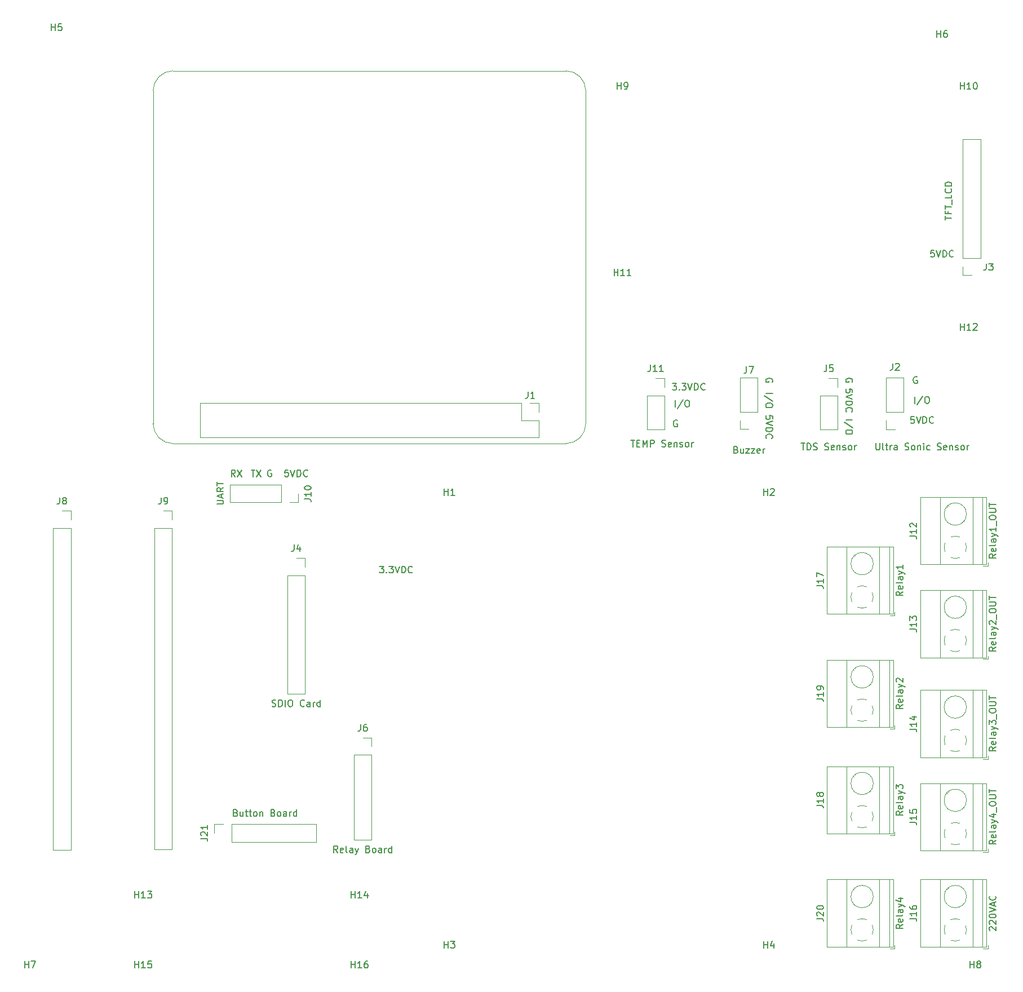
<source format=gto>
G04 #@! TF.GenerationSoftware,KiCad,Pcbnew,(6.0.8)*
G04 #@! TF.CreationDate,2022-11-08T16:17:13+09:00*
G04 #@! TF.ProjectId,Aquarium,41717561-7269-4756-9d2e-6b696361645f,1.0*
G04 #@! TF.SameCoordinates,Original*
G04 #@! TF.FileFunction,Legend,Top*
G04 #@! TF.FilePolarity,Positive*
%FSLAX46Y46*%
G04 Gerber Fmt 4.6, Leading zero omitted, Abs format (unit mm)*
G04 Created by KiCad (PCBNEW (6.0.8)) date 2022-11-08 16:17:13*
%MOMM*%
%LPD*%
G01*
G04 APERTURE LIST*
%ADD10C,0.100000*%
%ADD11C,0.150000*%
%ADD12C,0.120000*%
%ADD13R,2.600000X2.600000*%
%ADD14C,2.600000*%
%ADD15R,1.700000X1.700000*%
%ADD16O,1.700000X1.700000*%
%ADD17C,3.200000*%
%ADD18C,2.700000*%
G04 APERTURE END LIST*
D10*
X117500000Y-98500000D02*
G75*
G03*
X120500000Y-101500000I3000000J0D01*
G01*
X117500000Y-48500000D02*
X117500000Y-98500000D01*
X182500000Y-98500000D02*
X182500000Y-82500000D01*
X182500000Y-82500000D02*
X182500000Y-64500000D01*
X182500000Y-48500000D02*
G75*
G03*
X179500000Y-45500000I-3000000J0D01*
G01*
X179500000Y-45500000D02*
X120500000Y-45500000D01*
X120500000Y-45500000D02*
G75*
G03*
X117500000Y-48500000I0J-3000000D01*
G01*
X179500000Y-101500000D02*
G75*
G03*
X182500000Y-98500000I0J3000000D01*
G01*
X182500000Y-64500000D02*
X182500000Y-48500000D01*
X120500000Y-101500000D02*
X179500000Y-101500000D01*
D11*
X222547619Y-93809523D02*
X222547619Y-93333333D01*
X222071428Y-93285714D01*
X222119047Y-93333333D01*
X222166666Y-93428571D01*
X222166666Y-93666666D01*
X222119047Y-93761904D01*
X222071428Y-93809523D01*
X221976190Y-93857142D01*
X221738095Y-93857142D01*
X221642857Y-93809523D01*
X221595238Y-93761904D01*
X221547619Y-93666666D01*
X221547619Y-93428571D01*
X221595238Y-93333333D01*
X221642857Y-93285714D01*
X222547619Y-94142857D02*
X221547619Y-94476190D01*
X222547619Y-94809523D01*
X221547619Y-95142857D02*
X222547619Y-95142857D01*
X222547619Y-95380952D01*
X222500000Y-95523809D01*
X222404761Y-95619047D01*
X222309523Y-95666666D01*
X222119047Y-95714285D01*
X221976190Y-95714285D01*
X221785714Y-95666666D01*
X221690476Y-95619047D01*
X221595238Y-95523809D01*
X221547619Y-95380952D01*
X221547619Y-95142857D01*
X221642857Y-96714285D02*
X221595238Y-96666666D01*
X221547619Y-96523809D01*
X221547619Y-96428571D01*
X221595238Y-96285714D01*
X221690476Y-96190476D01*
X221785714Y-96142857D01*
X221976190Y-96095238D01*
X222119047Y-96095238D01*
X222309523Y-96142857D01*
X222404761Y-96190476D01*
X222500000Y-96285714D01*
X222547619Y-96428571D01*
X222547619Y-96523809D01*
X222500000Y-96666666D01*
X222452380Y-96714285D01*
X135261904Y-105500000D02*
X135166666Y-105452380D01*
X135023809Y-105452380D01*
X134880952Y-105500000D01*
X134785714Y-105595238D01*
X134738095Y-105690476D01*
X134690476Y-105880952D01*
X134690476Y-106023809D01*
X134738095Y-106214285D01*
X134785714Y-106309523D01*
X134880952Y-106404761D01*
X135023809Y-106452380D01*
X135119047Y-106452380D01*
X135261904Y-106404761D01*
X135309523Y-106357142D01*
X135309523Y-106023809D01*
X135119047Y-106023809D01*
X195927380Y-95977380D02*
X195927380Y-94977380D01*
X197117857Y-94929761D02*
X196260714Y-96215476D01*
X197641666Y-94977380D02*
X197832142Y-94977380D01*
X197927380Y-95025000D01*
X198022619Y-95120238D01*
X198070238Y-95310714D01*
X198070238Y-95644047D01*
X198022619Y-95834523D01*
X197927380Y-95929761D01*
X197832142Y-95977380D01*
X197641666Y-95977380D01*
X197546428Y-95929761D01*
X197451190Y-95834523D01*
X197403571Y-95644047D01*
X197403571Y-95310714D01*
X197451190Y-95120238D01*
X197546428Y-95025000D01*
X197641666Y-94977380D01*
X234809523Y-72452380D02*
X234333333Y-72452380D01*
X234285714Y-72928571D01*
X234333333Y-72880952D01*
X234428571Y-72833333D01*
X234666666Y-72833333D01*
X234761904Y-72880952D01*
X234809523Y-72928571D01*
X234857142Y-73023809D01*
X234857142Y-73261904D01*
X234809523Y-73357142D01*
X234761904Y-73404761D01*
X234666666Y-73452380D01*
X234428571Y-73452380D01*
X234333333Y-73404761D01*
X234285714Y-73357142D01*
X235142857Y-72452380D02*
X235476190Y-73452380D01*
X235809523Y-72452380D01*
X236142857Y-73452380D02*
X236142857Y-72452380D01*
X236380952Y-72452380D01*
X236523809Y-72500000D01*
X236619047Y-72595238D01*
X236666666Y-72690476D01*
X236714285Y-72880952D01*
X236714285Y-73023809D01*
X236666666Y-73214285D01*
X236619047Y-73309523D01*
X236523809Y-73404761D01*
X236380952Y-73452380D01*
X236142857Y-73452380D01*
X237714285Y-73357142D02*
X237666666Y-73404761D01*
X237523809Y-73452380D01*
X237428571Y-73452380D01*
X237285714Y-73404761D01*
X237190476Y-73309523D01*
X237142857Y-73214285D01*
X237095238Y-73023809D01*
X237095238Y-72880952D01*
X237142857Y-72690476D01*
X237190476Y-72595238D01*
X237285714Y-72500000D01*
X237428571Y-72452380D01*
X237523809Y-72452380D01*
X237666666Y-72500000D01*
X237714285Y-72547619D01*
X209547619Y-93952380D02*
X210547619Y-93952380D01*
X210595238Y-95142857D02*
X209309523Y-94285714D01*
X210547619Y-95666666D02*
X210547619Y-95857142D01*
X210500000Y-95952380D01*
X210404761Y-96047619D01*
X210214285Y-96095238D01*
X209880952Y-96095238D01*
X209690476Y-96047619D01*
X209595238Y-95952380D01*
X209547619Y-95857142D01*
X209547619Y-95666666D01*
X209595238Y-95571428D01*
X209690476Y-95476190D01*
X209880952Y-95428571D01*
X210214285Y-95428571D01*
X210404761Y-95476190D01*
X210500000Y-95571428D01*
X210547619Y-95666666D01*
X132238095Y-105452380D02*
X132809523Y-105452380D01*
X132523809Y-106452380D02*
X132523809Y-105452380D01*
X133047619Y-105452380D02*
X133714285Y-106452380D01*
X133714285Y-105452380D02*
X133047619Y-106452380D01*
X196236904Y-98025000D02*
X196141666Y-97977380D01*
X195998809Y-97977380D01*
X195855952Y-98025000D01*
X195760714Y-98120238D01*
X195713095Y-98215476D01*
X195665476Y-98405952D01*
X195665476Y-98548809D01*
X195713095Y-98739285D01*
X195760714Y-98834523D01*
X195855952Y-98929761D01*
X195998809Y-98977380D01*
X196094047Y-98977380D01*
X196236904Y-98929761D01*
X196284523Y-98882142D01*
X196284523Y-98548809D01*
X196094047Y-98548809D01*
X210500000Y-92261904D02*
X210547619Y-92166666D01*
X210547619Y-92023809D01*
X210500000Y-91880952D01*
X210404761Y-91785714D01*
X210309523Y-91738095D01*
X210119047Y-91690476D01*
X209976190Y-91690476D01*
X209785714Y-91738095D01*
X209690476Y-91785714D01*
X209595238Y-91880952D01*
X209547619Y-92023809D01*
X209547619Y-92119047D01*
X209595238Y-92261904D01*
X209642857Y-92309523D01*
X209976190Y-92309523D01*
X209976190Y-92119047D01*
X222500000Y-92261904D02*
X222547619Y-92166666D01*
X222547619Y-92023809D01*
X222500000Y-91880952D01*
X222404761Y-91785714D01*
X222309523Y-91738095D01*
X222119047Y-91690476D01*
X221976190Y-91690476D01*
X221785714Y-91738095D01*
X221690476Y-91785714D01*
X221595238Y-91880952D01*
X221547619Y-92023809D01*
X221547619Y-92119047D01*
X221595238Y-92261904D01*
X221642857Y-92309523D01*
X221976190Y-92309523D01*
X221976190Y-92119047D01*
X195498809Y-92452380D02*
X196117857Y-92452380D01*
X195784523Y-92833333D01*
X195927380Y-92833333D01*
X196022619Y-92880952D01*
X196070238Y-92928571D01*
X196117857Y-93023809D01*
X196117857Y-93261904D01*
X196070238Y-93357142D01*
X196022619Y-93404761D01*
X195927380Y-93452380D01*
X195641666Y-93452380D01*
X195546428Y-93404761D01*
X195498809Y-93357142D01*
X196546428Y-93357142D02*
X196594047Y-93404761D01*
X196546428Y-93452380D01*
X196498809Y-93404761D01*
X196546428Y-93357142D01*
X196546428Y-93452380D01*
X196927380Y-92452380D02*
X197546428Y-92452380D01*
X197213095Y-92833333D01*
X197355952Y-92833333D01*
X197451190Y-92880952D01*
X197498809Y-92928571D01*
X197546428Y-93023809D01*
X197546428Y-93261904D01*
X197498809Y-93357142D01*
X197451190Y-93404761D01*
X197355952Y-93452380D01*
X197070238Y-93452380D01*
X196975000Y-93404761D01*
X196927380Y-93357142D01*
X197832142Y-92452380D02*
X198165476Y-93452380D01*
X198498809Y-92452380D01*
X198832142Y-93452380D02*
X198832142Y-92452380D01*
X199070238Y-92452380D01*
X199213095Y-92500000D01*
X199308333Y-92595238D01*
X199355952Y-92690476D01*
X199403571Y-92880952D01*
X199403571Y-93023809D01*
X199355952Y-93214285D01*
X199308333Y-93309523D01*
X199213095Y-93404761D01*
X199070238Y-93452380D01*
X198832142Y-93452380D01*
X200403571Y-93357142D02*
X200355952Y-93404761D01*
X200213095Y-93452380D01*
X200117857Y-93452380D01*
X199975000Y-93404761D01*
X199879761Y-93309523D01*
X199832142Y-93214285D01*
X199784523Y-93023809D01*
X199784523Y-92880952D01*
X199832142Y-92690476D01*
X199879761Y-92595238D01*
X199975000Y-92500000D01*
X200117857Y-92452380D01*
X200213095Y-92452380D01*
X200355952Y-92500000D01*
X200403571Y-92547619D01*
X221547619Y-97952380D02*
X222547619Y-97952380D01*
X222595238Y-99142857D02*
X221309523Y-98285714D01*
X222547619Y-99666666D02*
X222547619Y-99857142D01*
X222500000Y-99952380D01*
X222404761Y-100047619D01*
X222214285Y-100095238D01*
X221880952Y-100095238D01*
X221690476Y-100047619D01*
X221595238Y-99952380D01*
X221547619Y-99857142D01*
X221547619Y-99666666D01*
X221595238Y-99571428D01*
X221690476Y-99476190D01*
X221880952Y-99428571D01*
X222214285Y-99428571D01*
X222404761Y-99476190D01*
X222500000Y-99571428D01*
X222547619Y-99666666D01*
X137809523Y-105452380D02*
X137333333Y-105452380D01*
X137285714Y-105928571D01*
X137333333Y-105880952D01*
X137428571Y-105833333D01*
X137666666Y-105833333D01*
X137761904Y-105880952D01*
X137809523Y-105928571D01*
X137857142Y-106023809D01*
X137857142Y-106261904D01*
X137809523Y-106357142D01*
X137761904Y-106404761D01*
X137666666Y-106452380D01*
X137428571Y-106452380D01*
X137333333Y-106404761D01*
X137285714Y-106357142D01*
X138142857Y-105452380D02*
X138476190Y-106452380D01*
X138809523Y-105452380D01*
X139142857Y-106452380D02*
X139142857Y-105452380D01*
X139380952Y-105452380D01*
X139523809Y-105500000D01*
X139619047Y-105595238D01*
X139666666Y-105690476D01*
X139714285Y-105880952D01*
X139714285Y-106023809D01*
X139666666Y-106214285D01*
X139619047Y-106309523D01*
X139523809Y-106404761D01*
X139380952Y-106452380D01*
X139142857Y-106452380D01*
X140714285Y-106357142D02*
X140666666Y-106404761D01*
X140523809Y-106452380D01*
X140428571Y-106452380D01*
X140285714Y-106404761D01*
X140190476Y-106309523D01*
X140142857Y-106214285D01*
X140095238Y-106023809D01*
X140095238Y-105880952D01*
X140142857Y-105690476D01*
X140190476Y-105595238D01*
X140285714Y-105500000D01*
X140428571Y-105452380D01*
X140523809Y-105452380D01*
X140666666Y-105500000D01*
X140714285Y-105547619D01*
X129833333Y-106452380D02*
X129500000Y-105976190D01*
X129261904Y-106452380D02*
X129261904Y-105452380D01*
X129642857Y-105452380D01*
X129738095Y-105500000D01*
X129785714Y-105547619D01*
X129833333Y-105642857D01*
X129833333Y-105785714D01*
X129785714Y-105880952D01*
X129738095Y-105928571D01*
X129642857Y-105976190D01*
X129261904Y-105976190D01*
X130166666Y-105452380D02*
X130833333Y-106452380D01*
X130833333Y-105452380D02*
X130166666Y-106452380D01*
X231952380Y-95452380D02*
X231952380Y-94452380D01*
X233142857Y-94404761D02*
X232285714Y-95690476D01*
X233666666Y-94452380D02*
X233857142Y-94452380D01*
X233952380Y-94500000D01*
X234047619Y-94595238D01*
X234095238Y-94785714D01*
X234095238Y-95119047D01*
X234047619Y-95309523D01*
X233952380Y-95404761D01*
X233857142Y-95452380D01*
X233666666Y-95452380D01*
X233571428Y-95404761D01*
X233476190Y-95309523D01*
X233428571Y-95119047D01*
X233428571Y-94785714D01*
X233476190Y-94595238D01*
X233571428Y-94500000D01*
X233666666Y-94452380D01*
X231809523Y-97452380D02*
X231333333Y-97452380D01*
X231285714Y-97928571D01*
X231333333Y-97880952D01*
X231428571Y-97833333D01*
X231666666Y-97833333D01*
X231761904Y-97880952D01*
X231809523Y-97928571D01*
X231857142Y-98023809D01*
X231857142Y-98261904D01*
X231809523Y-98357142D01*
X231761904Y-98404761D01*
X231666666Y-98452380D01*
X231428571Y-98452380D01*
X231333333Y-98404761D01*
X231285714Y-98357142D01*
X232142857Y-97452380D02*
X232476190Y-98452380D01*
X232809523Y-97452380D01*
X233142857Y-98452380D02*
X233142857Y-97452380D01*
X233380952Y-97452380D01*
X233523809Y-97500000D01*
X233619047Y-97595238D01*
X233666666Y-97690476D01*
X233714285Y-97880952D01*
X233714285Y-98023809D01*
X233666666Y-98214285D01*
X233619047Y-98309523D01*
X233523809Y-98404761D01*
X233380952Y-98452380D01*
X233142857Y-98452380D01*
X234714285Y-98357142D02*
X234666666Y-98404761D01*
X234523809Y-98452380D01*
X234428571Y-98452380D01*
X234285714Y-98404761D01*
X234190476Y-98309523D01*
X234142857Y-98214285D01*
X234095238Y-98023809D01*
X234095238Y-97880952D01*
X234142857Y-97690476D01*
X234190476Y-97595238D01*
X234285714Y-97500000D01*
X234428571Y-97452380D01*
X234523809Y-97452380D01*
X234666666Y-97500000D01*
X234714285Y-97547619D01*
X232261904Y-91500000D02*
X232166666Y-91452380D01*
X232023809Y-91452380D01*
X231880952Y-91500000D01*
X231785714Y-91595238D01*
X231738095Y-91690476D01*
X231690476Y-91880952D01*
X231690476Y-92023809D01*
X231738095Y-92214285D01*
X231785714Y-92309523D01*
X231880952Y-92404761D01*
X232023809Y-92452380D01*
X232119047Y-92452380D01*
X232261904Y-92404761D01*
X232309523Y-92357142D01*
X232309523Y-92023809D01*
X232119047Y-92023809D01*
X151523809Y-119912380D02*
X152142857Y-119912380D01*
X151809523Y-120293333D01*
X151952380Y-120293333D01*
X152047619Y-120340952D01*
X152095238Y-120388571D01*
X152142857Y-120483809D01*
X152142857Y-120721904D01*
X152095238Y-120817142D01*
X152047619Y-120864761D01*
X151952380Y-120912380D01*
X151666666Y-120912380D01*
X151571428Y-120864761D01*
X151523809Y-120817142D01*
X152571428Y-120817142D02*
X152619047Y-120864761D01*
X152571428Y-120912380D01*
X152523809Y-120864761D01*
X152571428Y-120817142D01*
X152571428Y-120912380D01*
X152952380Y-119912380D02*
X153571428Y-119912380D01*
X153238095Y-120293333D01*
X153380952Y-120293333D01*
X153476190Y-120340952D01*
X153523809Y-120388571D01*
X153571428Y-120483809D01*
X153571428Y-120721904D01*
X153523809Y-120817142D01*
X153476190Y-120864761D01*
X153380952Y-120912380D01*
X153095238Y-120912380D01*
X153000000Y-120864761D01*
X152952380Y-120817142D01*
X153857142Y-119912380D02*
X154190476Y-120912380D01*
X154523809Y-119912380D01*
X154857142Y-120912380D02*
X154857142Y-119912380D01*
X155095238Y-119912380D01*
X155238095Y-119960000D01*
X155333333Y-120055238D01*
X155380952Y-120150476D01*
X155428571Y-120340952D01*
X155428571Y-120483809D01*
X155380952Y-120674285D01*
X155333333Y-120769523D01*
X155238095Y-120864761D01*
X155095238Y-120912380D01*
X154857142Y-120912380D01*
X156428571Y-120817142D02*
X156380952Y-120864761D01*
X156238095Y-120912380D01*
X156142857Y-120912380D01*
X156000000Y-120864761D01*
X155904761Y-120769523D01*
X155857142Y-120674285D01*
X155809523Y-120483809D01*
X155809523Y-120340952D01*
X155857142Y-120150476D01*
X155904761Y-120055238D01*
X156000000Y-119960000D01*
X156142857Y-119912380D01*
X156238095Y-119912380D01*
X156380952Y-119960000D01*
X156428571Y-120007619D01*
X210547619Y-97809523D02*
X210547619Y-97333333D01*
X210071428Y-97285714D01*
X210119047Y-97333333D01*
X210166666Y-97428571D01*
X210166666Y-97666666D01*
X210119047Y-97761904D01*
X210071428Y-97809523D01*
X209976190Y-97857142D01*
X209738095Y-97857142D01*
X209642857Y-97809523D01*
X209595238Y-97761904D01*
X209547619Y-97666666D01*
X209547619Y-97428571D01*
X209595238Y-97333333D01*
X209642857Y-97285714D01*
X210547619Y-98142857D02*
X209547619Y-98476190D01*
X210547619Y-98809523D01*
X209547619Y-99142857D02*
X210547619Y-99142857D01*
X210547619Y-99380952D01*
X210500000Y-99523809D01*
X210404761Y-99619047D01*
X210309523Y-99666666D01*
X210119047Y-99714285D01*
X209976190Y-99714285D01*
X209785714Y-99666666D01*
X209690476Y-99619047D01*
X209595238Y-99523809D01*
X209547619Y-99380952D01*
X209547619Y-99142857D01*
X209642857Y-100714285D02*
X209595238Y-100666666D01*
X209547619Y-100523809D01*
X209547619Y-100428571D01*
X209595238Y-100285714D01*
X209690476Y-100190476D01*
X209785714Y-100142857D01*
X209976190Y-100095238D01*
X210119047Y-100095238D01*
X210309523Y-100142857D01*
X210404761Y-100190476D01*
X210500000Y-100285714D01*
X210547619Y-100428571D01*
X210547619Y-100523809D01*
X210500000Y-100666666D01*
X210452380Y-100714285D01*
X217192380Y-172849523D02*
X217906666Y-172849523D01*
X218049523Y-172897142D01*
X218144761Y-172992380D01*
X218192380Y-173135238D01*
X218192380Y-173230476D01*
X217287619Y-172420952D02*
X217240000Y-172373333D01*
X217192380Y-172278095D01*
X217192380Y-172040000D01*
X217240000Y-171944761D01*
X217287619Y-171897142D01*
X217382857Y-171849523D01*
X217478095Y-171849523D01*
X217620952Y-171897142D01*
X218192380Y-172468571D01*
X218192380Y-171849523D01*
X217192380Y-171230476D02*
X217192380Y-171135238D01*
X217240000Y-171040000D01*
X217287619Y-170992380D01*
X217382857Y-170944761D01*
X217573333Y-170897142D01*
X217811428Y-170897142D01*
X218001904Y-170944761D01*
X218097142Y-170992380D01*
X218144761Y-171040000D01*
X218192380Y-171135238D01*
X218192380Y-171230476D01*
X218144761Y-171325714D01*
X218097142Y-171373333D01*
X218001904Y-171420952D01*
X217811428Y-171468571D01*
X217573333Y-171468571D01*
X217382857Y-171420952D01*
X217287619Y-171373333D01*
X217240000Y-171325714D01*
X217192380Y-171230476D01*
X230112380Y-173730476D02*
X229636190Y-174063809D01*
X230112380Y-174301904D02*
X229112380Y-174301904D01*
X229112380Y-173920952D01*
X229160000Y-173825714D01*
X229207619Y-173778095D01*
X229302857Y-173730476D01*
X229445714Y-173730476D01*
X229540952Y-173778095D01*
X229588571Y-173825714D01*
X229636190Y-173920952D01*
X229636190Y-174301904D01*
X230064761Y-172920952D02*
X230112380Y-173016190D01*
X230112380Y-173206666D01*
X230064761Y-173301904D01*
X229969523Y-173349523D01*
X229588571Y-173349523D01*
X229493333Y-173301904D01*
X229445714Y-173206666D01*
X229445714Y-173016190D01*
X229493333Y-172920952D01*
X229588571Y-172873333D01*
X229683809Y-172873333D01*
X229779047Y-173349523D01*
X230112380Y-172301904D02*
X230064761Y-172397142D01*
X229969523Y-172444761D01*
X229112380Y-172444761D01*
X230112380Y-171492380D02*
X229588571Y-171492380D01*
X229493333Y-171540000D01*
X229445714Y-171635238D01*
X229445714Y-171825714D01*
X229493333Y-171920952D01*
X230064761Y-171492380D02*
X230112380Y-171587619D01*
X230112380Y-171825714D01*
X230064761Y-171920952D01*
X229969523Y-171968571D01*
X229874285Y-171968571D01*
X229779047Y-171920952D01*
X229731428Y-171825714D01*
X229731428Y-171587619D01*
X229683809Y-171492380D01*
X229445714Y-171111428D02*
X230112380Y-170873333D01*
X229445714Y-170635238D02*
X230112380Y-170873333D01*
X230350476Y-170968571D01*
X230398095Y-171016190D01*
X230445714Y-171111428D01*
X229445714Y-169825714D02*
X230112380Y-169825714D01*
X229064761Y-170063809D02*
X229779047Y-170301904D01*
X229779047Y-169682857D01*
X217192380Y-139849523D02*
X217906666Y-139849523D01*
X218049523Y-139897142D01*
X218144761Y-139992380D01*
X218192380Y-140135238D01*
X218192380Y-140230476D01*
X218192380Y-138849523D02*
X218192380Y-139420952D01*
X218192380Y-139135238D02*
X217192380Y-139135238D01*
X217335238Y-139230476D01*
X217430476Y-139325714D01*
X217478095Y-139420952D01*
X218192380Y-138373333D02*
X218192380Y-138182857D01*
X218144761Y-138087619D01*
X218097142Y-138040000D01*
X217954285Y-137944761D01*
X217763809Y-137897142D01*
X217382857Y-137897142D01*
X217287619Y-137944761D01*
X217240000Y-137992380D01*
X217192380Y-138087619D01*
X217192380Y-138278095D01*
X217240000Y-138373333D01*
X217287619Y-138420952D01*
X217382857Y-138468571D01*
X217620952Y-138468571D01*
X217716190Y-138420952D01*
X217763809Y-138373333D01*
X217811428Y-138278095D01*
X217811428Y-138087619D01*
X217763809Y-137992380D01*
X217716190Y-137944761D01*
X217620952Y-137897142D01*
X230112380Y-140730476D02*
X229636190Y-141063809D01*
X230112380Y-141301904D02*
X229112380Y-141301904D01*
X229112380Y-140920952D01*
X229160000Y-140825714D01*
X229207619Y-140778095D01*
X229302857Y-140730476D01*
X229445714Y-140730476D01*
X229540952Y-140778095D01*
X229588571Y-140825714D01*
X229636190Y-140920952D01*
X229636190Y-141301904D01*
X230064761Y-139920952D02*
X230112380Y-140016190D01*
X230112380Y-140206666D01*
X230064761Y-140301904D01*
X229969523Y-140349523D01*
X229588571Y-140349523D01*
X229493333Y-140301904D01*
X229445714Y-140206666D01*
X229445714Y-140016190D01*
X229493333Y-139920952D01*
X229588571Y-139873333D01*
X229683809Y-139873333D01*
X229779047Y-140349523D01*
X230112380Y-139301904D02*
X230064761Y-139397142D01*
X229969523Y-139444761D01*
X229112380Y-139444761D01*
X230112380Y-138492380D02*
X229588571Y-138492380D01*
X229493333Y-138540000D01*
X229445714Y-138635238D01*
X229445714Y-138825714D01*
X229493333Y-138920952D01*
X230064761Y-138492380D02*
X230112380Y-138587619D01*
X230112380Y-138825714D01*
X230064761Y-138920952D01*
X229969523Y-138968571D01*
X229874285Y-138968571D01*
X229779047Y-138920952D01*
X229731428Y-138825714D01*
X229731428Y-138587619D01*
X229683809Y-138492380D01*
X229445714Y-138111428D02*
X230112380Y-137873333D01*
X229445714Y-137635238D02*
X230112380Y-137873333D01*
X230350476Y-137968571D01*
X230398095Y-138016190D01*
X230445714Y-138111428D01*
X229207619Y-137301904D02*
X229160000Y-137254285D01*
X229112380Y-137159047D01*
X229112380Y-136920952D01*
X229160000Y-136825714D01*
X229207619Y-136778095D01*
X229302857Y-136730476D01*
X229398095Y-136730476D01*
X229540952Y-136778095D01*
X230112380Y-137349523D01*
X230112380Y-136730476D01*
X217192380Y-155849523D02*
X217906666Y-155849523D01*
X218049523Y-155897142D01*
X218144761Y-155992380D01*
X218192380Y-156135238D01*
X218192380Y-156230476D01*
X218192380Y-154849523D02*
X218192380Y-155420952D01*
X218192380Y-155135238D02*
X217192380Y-155135238D01*
X217335238Y-155230476D01*
X217430476Y-155325714D01*
X217478095Y-155420952D01*
X217620952Y-154278095D02*
X217573333Y-154373333D01*
X217525714Y-154420952D01*
X217430476Y-154468571D01*
X217382857Y-154468571D01*
X217287619Y-154420952D01*
X217240000Y-154373333D01*
X217192380Y-154278095D01*
X217192380Y-154087619D01*
X217240000Y-153992380D01*
X217287619Y-153944761D01*
X217382857Y-153897142D01*
X217430476Y-153897142D01*
X217525714Y-153944761D01*
X217573333Y-153992380D01*
X217620952Y-154087619D01*
X217620952Y-154278095D01*
X217668571Y-154373333D01*
X217716190Y-154420952D01*
X217811428Y-154468571D01*
X218001904Y-154468571D01*
X218097142Y-154420952D01*
X218144761Y-154373333D01*
X218192380Y-154278095D01*
X218192380Y-154087619D01*
X218144761Y-153992380D01*
X218097142Y-153944761D01*
X218001904Y-153897142D01*
X217811428Y-153897142D01*
X217716190Y-153944761D01*
X217668571Y-153992380D01*
X217620952Y-154087619D01*
X230112380Y-156730476D02*
X229636190Y-157063809D01*
X230112380Y-157301904D02*
X229112380Y-157301904D01*
X229112380Y-156920952D01*
X229160000Y-156825714D01*
X229207619Y-156778095D01*
X229302857Y-156730476D01*
X229445714Y-156730476D01*
X229540952Y-156778095D01*
X229588571Y-156825714D01*
X229636190Y-156920952D01*
X229636190Y-157301904D01*
X230064761Y-155920952D02*
X230112380Y-156016190D01*
X230112380Y-156206666D01*
X230064761Y-156301904D01*
X229969523Y-156349523D01*
X229588571Y-156349523D01*
X229493333Y-156301904D01*
X229445714Y-156206666D01*
X229445714Y-156016190D01*
X229493333Y-155920952D01*
X229588571Y-155873333D01*
X229683809Y-155873333D01*
X229779047Y-156349523D01*
X230112380Y-155301904D02*
X230064761Y-155397142D01*
X229969523Y-155444761D01*
X229112380Y-155444761D01*
X230112380Y-154492380D02*
X229588571Y-154492380D01*
X229493333Y-154540000D01*
X229445714Y-154635238D01*
X229445714Y-154825714D01*
X229493333Y-154920952D01*
X230064761Y-154492380D02*
X230112380Y-154587619D01*
X230112380Y-154825714D01*
X230064761Y-154920952D01*
X229969523Y-154968571D01*
X229874285Y-154968571D01*
X229779047Y-154920952D01*
X229731428Y-154825714D01*
X229731428Y-154587619D01*
X229683809Y-154492380D01*
X229445714Y-154111428D02*
X230112380Y-153873333D01*
X229445714Y-153635238D02*
X230112380Y-153873333D01*
X230350476Y-153968571D01*
X230398095Y-154016190D01*
X230445714Y-154111428D01*
X229112380Y-153349523D02*
X229112380Y-152730476D01*
X229493333Y-153063809D01*
X229493333Y-152920952D01*
X229540952Y-152825714D01*
X229588571Y-152778095D01*
X229683809Y-152730476D01*
X229921904Y-152730476D01*
X230017142Y-152778095D01*
X230064761Y-152825714D01*
X230112380Y-152920952D01*
X230112380Y-153206666D01*
X230064761Y-153301904D01*
X230017142Y-153349523D01*
X217192380Y-122849523D02*
X217906666Y-122849523D01*
X218049523Y-122897142D01*
X218144761Y-122992380D01*
X218192380Y-123135238D01*
X218192380Y-123230476D01*
X218192380Y-121849523D02*
X218192380Y-122420952D01*
X218192380Y-122135238D02*
X217192380Y-122135238D01*
X217335238Y-122230476D01*
X217430476Y-122325714D01*
X217478095Y-122420952D01*
X217192380Y-121516190D02*
X217192380Y-120849523D01*
X218192380Y-121278095D01*
X230112380Y-123730476D02*
X229636190Y-124063809D01*
X230112380Y-124301904D02*
X229112380Y-124301904D01*
X229112380Y-123920952D01*
X229160000Y-123825714D01*
X229207619Y-123778095D01*
X229302857Y-123730476D01*
X229445714Y-123730476D01*
X229540952Y-123778095D01*
X229588571Y-123825714D01*
X229636190Y-123920952D01*
X229636190Y-124301904D01*
X230064761Y-122920952D02*
X230112380Y-123016190D01*
X230112380Y-123206666D01*
X230064761Y-123301904D01*
X229969523Y-123349523D01*
X229588571Y-123349523D01*
X229493333Y-123301904D01*
X229445714Y-123206666D01*
X229445714Y-123016190D01*
X229493333Y-122920952D01*
X229588571Y-122873333D01*
X229683809Y-122873333D01*
X229779047Y-123349523D01*
X230112380Y-122301904D02*
X230064761Y-122397142D01*
X229969523Y-122444761D01*
X229112380Y-122444761D01*
X230112380Y-121492380D02*
X229588571Y-121492380D01*
X229493333Y-121540000D01*
X229445714Y-121635238D01*
X229445714Y-121825714D01*
X229493333Y-121920952D01*
X230064761Y-121492380D02*
X230112380Y-121587619D01*
X230112380Y-121825714D01*
X230064761Y-121920952D01*
X229969523Y-121968571D01*
X229874285Y-121968571D01*
X229779047Y-121920952D01*
X229731428Y-121825714D01*
X229731428Y-121587619D01*
X229683809Y-121492380D01*
X229445714Y-121111428D02*
X230112380Y-120873333D01*
X229445714Y-120635238D02*
X230112380Y-120873333D01*
X230350476Y-120968571D01*
X230398095Y-121016190D01*
X230445714Y-121111428D01*
X230112380Y-119730476D02*
X230112380Y-120301904D01*
X230112380Y-120016190D02*
X229112380Y-120016190D01*
X229255238Y-120111428D01*
X229350476Y-120206666D01*
X229398095Y-120301904D01*
X231192380Y-172849523D02*
X231906666Y-172849523D01*
X232049523Y-172897142D01*
X232144761Y-172992380D01*
X232192380Y-173135238D01*
X232192380Y-173230476D01*
X232192380Y-171849523D02*
X232192380Y-172420952D01*
X232192380Y-172135238D02*
X231192380Y-172135238D01*
X231335238Y-172230476D01*
X231430476Y-172325714D01*
X231478095Y-172420952D01*
X231192380Y-170992380D02*
X231192380Y-171182857D01*
X231240000Y-171278095D01*
X231287619Y-171325714D01*
X231430476Y-171420952D01*
X231620952Y-171468571D01*
X232001904Y-171468571D01*
X232097142Y-171420952D01*
X232144761Y-171373333D01*
X232192380Y-171278095D01*
X232192380Y-171087619D01*
X232144761Y-170992380D01*
X232097142Y-170944761D01*
X232001904Y-170897142D01*
X231763809Y-170897142D01*
X231668571Y-170944761D01*
X231620952Y-170992380D01*
X231573333Y-171087619D01*
X231573333Y-171278095D01*
X231620952Y-171373333D01*
X231668571Y-171420952D01*
X231763809Y-171468571D01*
X243207619Y-174635238D02*
X243160000Y-174587619D01*
X243112380Y-174492380D01*
X243112380Y-174254285D01*
X243160000Y-174159047D01*
X243207619Y-174111428D01*
X243302857Y-174063809D01*
X243398095Y-174063809D01*
X243540952Y-174111428D01*
X244112380Y-174682857D01*
X244112380Y-174063809D01*
X243207619Y-173682857D02*
X243160000Y-173635238D01*
X243112380Y-173540000D01*
X243112380Y-173301904D01*
X243160000Y-173206666D01*
X243207619Y-173159047D01*
X243302857Y-173111428D01*
X243398095Y-173111428D01*
X243540952Y-173159047D01*
X244112380Y-173730476D01*
X244112380Y-173111428D01*
X243112380Y-172492380D02*
X243112380Y-172397142D01*
X243160000Y-172301904D01*
X243207619Y-172254285D01*
X243302857Y-172206666D01*
X243493333Y-172159047D01*
X243731428Y-172159047D01*
X243921904Y-172206666D01*
X244017142Y-172254285D01*
X244064761Y-172301904D01*
X244112380Y-172397142D01*
X244112380Y-172492380D01*
X244064761Y-172587619D01*
X244017142Y-172635238D01*
X243921904Y-172682857D01*
X243731428Y-172730476D01*
X243493333Y-172730476D01*
X243302857Y-172682857D01*
X243207619Y-172635238D01*
X243160000Y-172587619D01*
X243112380Y-172492380D01*
X243112380Y-171873333D02*
X244112380Y-171540000D01*
X243112380Y-171206666D01*
X243826666Y-170920952D02*
X243826666Y-170444761D01*
X244112380Y-171016190D02*
X243112380Y-170682857D01*
X244112380Y-170349523D01*
X244017142Y-169444761D02*
X244064761Y-169492380D01*
X244112380Y-169635238D01*
X244112380Y-169730476D01*
X244064761Y-169873333D01*
X243969523Y-169968571D01*
X243874285Y-170016190D01*
X243683809Y-170063809D01*
X243540952Y-170063809D01*
X243350476Y-170016190D01*
X243255238Y-169968571D01*
X243160000Y-169873333D01*
X243112380Y-169730476D01*
X243112380Y-169635238D01*
X243160000Y-169492380D01*
X243207619Y-169444761D01*
X231192380Y-158389523D02*
X231906666Y-158389523D01*
X232049523Y-158437142D01*
X232144761Y-158532380D01*
X232192380Y-158675238D01*
X232192380Y-158770476D01*
X232192380Y-157389523D02*
X232192380Y-157960952D01*
X232192380Y-157675238D02*
X231192380Y-157675238D01*
X231335238Y-157770476D01*
X231430476Y-157865714D01*
X231478095Y-157960952D01*
X231192380Y-156484761D02*
X231192380Y-156960952D01*
X231668571Y-157008571D01*
X231620952Y-156960952D01*
X231573333Y-156865714D01*
X231573333Y-156627619D01*
X231620952Y-156532380D01*
X231668571Y-156484761D01*
X231763809Y-156437142D01*
X232001904Y-156437142D01*
X232097142Y-156484761D01*
X232144761Y-156532380D01*
X232192380Y-156627619D01*
X232192380Y-156865714D01*
X232144761Y-156960952D01*
X232097142Y-157008571D01*
X244112380Y-161080000D02*
X243636190Y-161413333D01*
X244112380Y-161651428D02*
X243112380Y-161651428D01*
X243112380Y-161270476D01*
X243160000Y-161175238D01*
X243207619Y-161127619D01*
X243302857Y-161080000D01*
X243445714Y-161080000D01*
X243540952Y-161127619D01*
X243588571Y-161175238D01*
X243636190Y-161270476D01*
X243636190Y-161651428D01*
X244064761Y-160270476D02*
X244112380Y-160365714D01*
X244112380Y-160556190D01*
X244064761Y-160651428D01*
X243969523Y-160699047D01*
X243588571Y-160699047D01*
X243493333Y-160651428D01*
X243445714Y-160556190D01*
X243445714Y-160365714D01*
X243493333Y-160270476D01*
X243588571Y-160222857D01*
X243683809Y-160222857D01*
X243779047Y-160699047D01*
X244112380Y-159651428D02*
X244064761Y-159746666D01*
X243969523Y-159794285D01*
X243112380Y-159794285D01*
X244112380Y-158841904D02*
X243588571Y-158841904D01*
X243493333Y-158889523D01*
X243445714Y-158984761D01*
X243445714Y-159175238D01*
X243493333Y-159270476D01*
X244064761Y-158841904D02*
X244112380Y-158937142D01*
X244112380Y-159175238D01*
X244064761Y-159270476D01*
X243969523Y-159318095D01*
X243874285Y-159318095D01*
X243779047Y-159270476D01*
X243731428Y-159175238D01*
X243731428Y-158937142D01*
X243683809Y-158841904D01*
X243445714Y-158460952D02*
X244112380Y-158222857D01*
X243445714Y-157984761D02*
X244112380Y-158222857D01*
X244350476Y-158318095D01*
X244398095Y-158365714D01*
X244445714Y-158460952D01*
X243445714Y-157175238D02*
X244112380Y-157175238D01*
X243064761Y-157413333D02*
X243779047Y-157651428D01*
X243779047Y-157032380D01*
X244207619Y-156889523D02*
X244207619Y-156127619D01*
X243112380Y-155699047D02*
X243112380Y-155508571D01*
X243160000Y-155413333D01*
X243255238Y-155318095D01*
X243445714Y-155270476D01*
X243779047Y-155270476D01*
X243969523Y-155318095D01*
X244064761Y-155413333D01*
X244112380Y-155508571D01*
X244112380Y-155699047D01*
X244064761Y-155794285D01*
X243969523Y-155889523D01*
X243779047Y-155937142D01*
X243445714Y-155937142D01*
X243255238Y-155889523D01*
X243160000Y-155794285D01*
X243112380Y-155699047D01*
X243112380Y-154841904D02*
X243921904Y-154841904D01*
X244017142Y-154794285D01*
X244064761Y-154746666D01*
X244112380Y-154651428D01*
X244112380Y-154460952D01*
X244064761Y-154365714D01*
X244017142Y-154318095D01*
X243921904Y-154270476D01*
X243112380Y-154270476D01*
X243112380Y-153937142D02*
X243112380Y-153365714D01*
X244112380Y-153651428D02*
X243112380Y-153651428D01*
X231192380Y-144389523D02*
X231906666Y-144389523D01*
X232049523Y-144437142D01*
X232144761Y-144532380D01*
X232192380Y-144675238D01*
X232192380Y-144770476D01*
X232192380Y-143389523D02*
X232192380Y-143960952D01*
X232192380Y-143675238D02*
X231192380Y-143675238D01*
X231335238Y-143770476D01*
X231430476Y-143865714D01*
X231478095Y-143960952D01*
X231525714Y-142532380D02*
X232192380Y-142532380D01*
X231144761Y-142770476D02*
X231859047Y-143008571D01*
X231859047Y-142389523D01*
X244112380Y-147080000D02*
X243636190Y-147413333D01*
X244112380Y-147651428D02*
X243112380Y-147651428D01*
X243112380Y-147270476D01*
X243160000Y-147175238D01*
X243207619Y-147127619D01*
X243302857Y-147080000D01*
X243445714Y-147080000D01*
X243540952Y-147127619D01*
X243588571Y-147175238D01*
X243636190Y-147270476D01*
X243636190Y-147651428D01*
X244064761Y-146270476D02*
X244112380Y-146365714D01*
X244112380Y-146556190D01*
X244064761Y-146651428D01*
X243969523Y-146699047D01*
X243588571Y-146699047D01*
X243493333Y-146651428D01*
X243445714Y-146556190D01*
X243445714Y-146365714D01*
X243493333Y-146270476D01*
X243588571Y-146222857D01*
X243683809Y-146222857D01*
X243779047Y-146699047D01*
X244112380Y-145651428D02*
X244064761Y-145746666D01*
X243969523Y-145794285D01*
X243112380Y-145794285D01*
X244112380Y-144841904D02*
X243588571Y-144841904D01*
X243493333Y-144889523D01*
X243445714Y-144984761D01*
X243445714Y-145175238D01*
X243493333Y-145270476D01*
X244064761Y-144841904D02*
X244112380Y-144937142D01*
X244112380Y-145175238D01*
X244064761Y-145270476D01*
X243969523Y-145318095D01*
X243874285Y-145318095D01*
X243779047Y-145270476D01*
X243731428Y-145175238D01*
X243731428Y-144937142D01*
X243683809Y-144841904D01*
X243445714Y-144460952D02*
X244112380Y-144222857D01*
X243445714Y-143984761D02*
X244112380Y-144222857D01*
X244350476Y-144318095D01*
X244398095Y-144365714D01*
X244445714Y-144460952D01*
X243112380Y-143699047D02*
X243112380Y-143080000D01*
X243493333Y-143413333D01*
X243493333Y-143270476D01*
X243540952Y-143175238D01*
X243588571Y-143127619D01*
X243683809Y-143080000D01*
X243921904Y-143080000D01*
X244017142Y-143127619D01*
X244064761Y-143175238D01*
X244112380Y-143270476D01*
X244112380Y-143556190D01*
X244064761Y-143651428D01*
X244017142Y-143699047D01*
X244207619Y-142889523D02*
X244207619Y-142127619D01*
X243112380Y-141699047D02*
X243112380Y-141508571D01*
X243160000Y-141413333D01*
X243255238Y-141318095D01*
X243445714Y-141270476D01*
X243779047Y-141270476D01*
X243969523Y-141318095D01*
X244064761Y-141413333D01*
X244112380Y-141508571D01*
X244112380Y-141699047D01*
X244064761Y-141794285D01*
X243969523Y-141889523D01*
X243779047Y-141937142D01*
X243445714Y-141937142D01*
X243255238Y-141889523D01*
X243160000Y-141794285D01*
X243112380Y-141699047D01*
X243112380Y-140841904D02*
X243921904Y-140841904D01*
X244017142Y-140794285D01*
X244064761Y-140746666D01*
X244112380Y-140651428D01*
X244112380Y-140460952D01*
X244064761Y-140365714D01*
X244017142Y-140318095D01*
X243921904Y-140270476D01*
X243112380Y-140270476D01*
X243112380Y-139937142D02*
X243112380Y-139365714D01*
X244112380Y-139651428D02*
X243112380Y-139651428D01*
X231192380Y-129389523D02*
X231906666Y-129389523D01*
X232049523Y-129437142D01*
X232144761Y-129532380D01*
X232192380Y-129675238D01*
X232192380Y-129770476D01*
X232192380Y-128389523D02*
X232192380Y-128960952D01*
X232192380Y-128675238D02*
X231192380Y-128675238D01*
X231335238Y-128770476D01*
X231430476Y-128865714D01*
X231478095Y-128960952D01*
X231192380Y-128056190D02*
X231192380Y-127437142D01*
X231573333Y-127770476D01*
X231573333Y-127627619D01*
X231620952Y-127532380D01*
X231668571Y-127484761D01*
X231763809Y-127437142D01*
X232001904Y-127437142D01*
X232097142Y-127484761D01*
X232144761Y-127532380D01*
X232192380Y-127627619D01*
X232192380Y-127913333D01*
X232144761Y-128008571D01*
X232097142Y-128056190D01*
X244112380Y-132080000D02*
X243636190Y-132413333D01*
X244112380Y-132651428D02*
X243112380Y-132651428D01*
X243112380Y-132270476D01*
X243160000Y-132175238D01*
X243207619Y-132127619D01*
X243302857Y-132080000D01*
X243445714Y-132080000D01*
X243540952Y-132127619D01*
X243588571Y-132175238D01*
X243636190Y-132270476D01*
X243636190Y-132651428D01*
X244064761Y-131270476D02*
X244112380Y-131365714D01*
X244112380Y-131556190D01*
X244064761Y-131651428D01*
X243969523Y-131699047D01*
X243588571Y-131699047D01*
X243493333Y-131651428D01*
X243445714Y-131556190D01*
X243445714Y-131365714D01*
X243493333Y-131270476D01*
X243588571Y-131222857D01*
X243683809Y-131222857D01*
X243779047Y-131699047D01*
X244112380Y-130651428D02*
X244064761Y-130746666D01*
X243969523Y-130794285D01*
X243112380Y-130794285D01*
X244112380Y-129841904D02*
X243588571Y-129841904D01*
X243493333Y-129889523D01*
X243445714Y-129984761D01*
X243445714Y-130175238D01*
X243493333Y-130270476D01*
X244064761Y-129841904D02*
X244112380Y-129937142D01*
X244112380Y-130175238D01*
X244064761Y-130270476D01*
X243969523Y-130318095D01*
X243874285Y-130318095D01*
X243779047Y-130270476D01*
X243731428Y-130175238D01*
X243731428Y-129937142D01*
X243683809Y-129841904D01*
X243445714Y-129460952D02*
X244112380Y-129222857D01*
X243445714Y-128984761D02*
X244112380Y-129222857D01*
X244350476Y-129318095D01*
X244398095Y-129365714D01*
X244445714Y-129460952D01*
X243207619Y-128651428D02*
X243160000Y-128603809D01*
X243112380Y-128508571D01*
X243112380Y-128270476D01*
X243160000Y-128175238D01*
X243207619Y-128127619D01*
X243302857Y-128080000D01*
X243398095Y-128080000D01*
X243540952Y-128127619D01*
X244112380Y-128699047D01*
X244112380Y-128080000D01*
X244207619Y-127889523D02*
X244207619Y-127127619D01*
X243112380Y-126699047D02*
X243112380Y-126508571D01*
X243160000Y-126413333D01*
X243255238Y-126318095D01*
X243445714Y-126270476D01*
X243779047Y-126270476D01*
X243969523Y-126318095D01*
X244064761Y-126413333D01*
X244112380Y-126508571D01*
X244112380Y-126699047D01*
X244064761Y-126794285D01*
X243969523Y-126889523D01*
X243779047Y-126937142D01*
X243445714Y-126937142D01*
X243255238Y-126889523D01*
X243160000Y-126794285D01*
X243112380Y-126699047D01*
X243112380Y-125841904D02*
X243921904Y-125841904D01*
X244017142Y-125794285D01*
X244064761Y-125746666D01*
X244112380Y-125651428D01*
X244112380Y-125460952D01*
X244064761Y-125365714D01*
X244017142Y-125318095D01*
X243921904Y-125270476D01*
X243112380Y-125270476D01*
X243112380Y-124937142D02*
X243112380Y-124365714D01*
X244112380Y-124651428D02*
X243112380Y-124651428D01*
X231192380Y-115389523D02*
X231906666Y-115389523D01*
X232049523Y-115437142D01*
X232144761Y-115532380D01*
X232192380Y-115675238D01*
X232192380Y-115770476D01*
X232192380Y-114389523D02*
X232192380Y-114960952D01*
X232192380Y-114675238D02*
X231192380Y-114675238D01*
X231335238Y-114770476D01*
X231430476Y-114865714D01*
X231478095Y-114960952D01*
X231287619Y-114008571D02*
X231240000Y-113960952D01*
X231192380Y-113865714D01*
X231192380Y-113627619D01*
X231240000Y-113532380D01*
X231287619Y-113484761D01*
X231382857Y-113437142D01*
X231478095Y-113437142D01*
X231620952Y-113484761D01*
X232192380Y-114056190D01*
X232192380Y-113437142D01*
X244112380Y-118080000D02*
X243636190Y-118413333D01*
X244112380Y-118651428D02*
X243112380Y-118651428D01*
X243112380Y-118270476D01*
X243160000Y-118175238D01*
X243207619Y-118127619D01*
X243302857Y-118080000D01*
X243445714Y-118080000D01*
X243540952Y-118127619D01*
X243588571Y-118175238D01*
X243636190Y-118270476D01*
X243636190Y-118651428D01*
X244064761Y-117270476D02*
X244112380Y-117365714D01*
X244112380Y-117556190D01*
X244064761Y-117651428D01*
X243969523Y-117699047D01*
X243588571Y-117699047D01*
X243493333Y-117651428D01*
X243445714Y-117556190D01*
X243445714Y-117365714D01*
X243493333Y-117270476D01*
X243588571Y-117222857D01*
X243683809Y-117222857D01*
X243779047Y-117699047D01*
X244112380Y-116651428D02*
X244064761Y-116746666D01*
X243969523Y-116794285D01*
X243112380Y-116794285D01*
X244112380Y-115841904D02*
X243588571Y-115841904D01*
X243493333Y-115889523D01*
X243445714Y-115984761D01*
X243445714Y-116175238D01*
X243493333Y-116270476D01*
X244064761Y-115841904D02*
X244112380Y-115937142D01*
X244112380Y-116175238D01*
X244064761Y-116270476D01*
X243969523Y-116318095D01*
X243874285Y-116318095D01*
X243779047Y-116270476D01*
X243731428Y-116175238D01*
X243731428Y-115937142D01*
X243683809Y-115841904D01*
X243445714Y-115460952D02*
X244112380Y-115222857D01*
X243445714Y-114984761D02*
X244112380Y-115222857D01*
X244350476Y-115318095D01*
X244398095Y-115365714D01*
X244445714Y-115460952D01*
X244112380Y-114080000D02*
X244112380Y-114651428D01*
X244112380Y-114365714D02*
X243112380Y-114365714D01*
X243255238Y-114460952D01*
X243350476Y-114556190D01*
X243398095Y-114651428D01*
X244207619Y-113889523D02*
X244207619Y-113127619D01*
X243112380Y-112699047D02*
X243112380Y-112508571D01*
X243160000Y-112413333D01*
X243255238Y-112318095D01*
X243445714Y-112270476D01*
X243779047Y-112270476D01*
X243969523Y-112318095D01*
X244064761Y-112413333D01*
X244112380Y-112508571D01*
X244112380Y-112699047D01*
X244064761Y-112794285D01*
X243969523Y-112889523D01*
X243779047Y-112937142D01*
X243445714Y-112937142D01*
X243255238Y-112889523D01*
X243160000Y-112794285D01*
X243112380Y-112699047D01*
X243112380Y-111841904D02*
X243921904Y-111841904D01*
X244017142Y-111794285D01*
X244064761Y-111746666D01*
X244112380Y-111651428D01*
X244112380Y-111460952D01*
X244064761Y-111365714D01*
X244017142Y-111318095D01*
X243921904Y-111270476D01*
X243112380Y-111270476D01*
X243112380Y-110937142D02*
X243112380Y-110365714D01*
X244112380Y-110651428D02*
X243112380Y-110651428D01*
X173796666Y-93682380D02*
X173796666Y-94396666D01*
X173749047Y-94539523D01*
X173653809Y-94634761D01*
X173510952Y-94682380D01*
X173415714Y-94682380D01*
X174796666Y-94682380D02*
X174225238Y-94682380D01*
X174510952Y-94682380D02*
X174510952Y-93682380D01*
X174415714Y-93825238D01*
X174320476Y-93920476D01*
X174225238Y-93968095D01*
X102238095Y-39452380D02*
X102238095Y-38452380D01*
X102238095Y-38928571D02*
X102809523Y-38928571D01*
X102809523Y-39452380D02*
X102809523Y-38452380D01*
X103761904Y-38452380D02*
X103285714Y-38452380D01*
X103238095Y-38928571D01*
X103285714Y-38880952D01*
X103380952Y-38833333D01*
X103619047Y-38833333D01*
X103714285Y-38880952D01*
X103761904Y-38928571D01*
X103809523Y-39023809D01*
X103809523Y-39261904D01*
X103761904Y-39357142D01*
X103714285Y-39404761D01*
X103619047Y-39452380D01*
X103380952Y-39452380D01*
X103285714Y-39404761D01*
X103238095Y-39357142D01*
X192190476Y-89682380D02*
X192190476Y-90396666D01*
X192142857Y-90539523D01*
X192047619Y-90634761D01*
X191904761Y-90682380D01*
X191809523Y-90682380D01*
X193190476Y-90682380D02*
X192619047Y-90682380D01*
X192904761Y-90682380D02*
X192904761Y-89682380D01*
X192809523Y-89825238D01*
X192714285Y-89920476D01*
X192619047Y-89968095D01*
X194142857Y-90682380D02*
X193571428Y-90682380D01*
X193857142Y-90682380D02*
X193857142Y-89682380D01*
X193761904Y-89825238D01*
X193666666Y-89920476D01*
X193571428Y-89968095D01*
X189260714Y-100977380D02*
X189832142Y-100977380D01*
X189546428Y-101977380D02*
X189546428Y-100977380D01*
X190165476Y-101453571D02*
X190498809Y-101453571D01*
X190641666Y-101977380D02*
X190165476Y-101977380D01*
X190165476Y-100977380D01*
X190641666Y-100977380D01*
X191070238Y-101977380D02*
X191070238Y-100977380D01*
X191403571Y-101691666D01*
X191736904Y-100977380D01*
X191736904Y-101977380D01*
X192213095Y-101977380D02*
X192213095Y-100977380D01*
X192594047Y-100977380D01*
X192689285Y-101025000D01*
X192736904Y-101072619D01*
X192784523Y-101167857D01*
X192784523Y-101310714D01*
X192736904Y-101405952D01*
X192689285Y-101453571D01*
X192594047Y-101501190D01*
X192213095Y-101501190D01*
X193927380Y-101929761D02*
X194070238Y-101977380D01*
X194308333Y-101977380D01*
X194403571Y-101929761D01*
X194451190Y-101882142D01*
X194498809Y-101786904D01*
X194498809Y-101691666D01*
X194451190Y-101596428D01*
X194403571Y-101548809D01*
X194308333Y-101501190D01*
X194117857Y-101453571D01*
X194022619Y-101405952D01*
X193975000Y-101358333D01*
X193927380Y-101263095D01*
X193927380Y-101167857D01*
X193975000Y-101072619D01*
X194022619Y-101025000D01*
X194117857Y-100977380D01*
X194355952Y-100977380D01*
X194498809Y-101025000D01*
X195308333Y-101929761D02*
X195213095Y-101977380D01*
X195022619Y-101977380D01*
X194927380Y-101929761D01*
X194879761Y-101834523D01*
X194879761Y-101453571D01*
X194927380Y-101358333D01*
X195022619Y-101310714D01*
X195213095Y-101310714D01*
X195308333Y-101358333D01*
X195355952Y-101453571D01*
X195355952Y-101548809D01*
X194879761Y-101644047D01*
X195784523Y-101310714D02*
X195784523Y-101977380D01*
X195784523Y-101405952D02*
X195832142Y-101358333D01*
X195927380Y-101310714D01*
X196070238Y-101310714D01*
X196165476Y-101358333D01*
X196213095Y-101453571D01*
X196213095Y-101977380D01*
X196641666Y-101929761D02*
X196736904Y-101977380D01*
X196927380Y-101977380D01*
X197022619Y-101929761D01*
X197070238Y-101834523D01*
X197070238Y-101786904D01*
X197022619Y-101691666D01*
X196927380Y-101644047D01*
X196784523Y-101644047D01*
X196689285Y-101596428D01*
X196641666Y-101501190D01*
X196641666Y-101453571D01*
X196689285Y-101358333D01*
X196784523Y-101310714D01*
X196927380Y-101310714D01*
X197022619Y-101358333D01*
X197641666Y-101977380D02*
X197546428Y-101929761D01*
X197498809Y-101882142D01*
X197451190Y-101786904D01*
X197451190Y-101501190D01*
X197498809Y-101405952D01*
X197546428Y-101358333D01*
X197641666Y-101310714D01*
X197784523Y-101310714D01*
X197879761Y-101358333D01*
X197927380Y-101405952D01*
X197975000Y-101501190D01*
X197975000Y-101786904D01*
X197927380Y-101882142D01*
X197879761Y-101929761D01*
X197784523Y-101977380D01*
X197641666Y-101977380D01*
X198403571Y-101977380D02*
X198403571Y-101310714D01*
X198403571Y-101501190D02*
X198451190Y-101405952D01*
X198498809Y-101358333D01*
X198594047Y-101310714D01*
X198689285Y-101310714D01*
X238761904Y-84452380D02*
X238761904Y-83452380D01*
X238761904Y-83928571D02*
X239333333Y-83928571D01*
X239333333Y-84452380D02*
X239333333Y-83452380D01*
X240333333Y-84452380D02*
X239761904Y-84452380D01*
X240047619Y-84452380D02*
X240047619Y-83452380D01*
X239952380Y-83595238D01*
X239857142Y-83690476D01*
X239761904Y-83738095D01*
X240714285Y-83547619D02*
X240761904Y-83500000D01*
X240857142Y-83452380D01*
X241095238Y-83452380D01*
X241190476Y-83500000D01*
X241238095Y-83547619D01*
X241285714Y-83642857D01*
X241285714Y-83738095D01*
X241238095Y-83880952D01*
X240666666Y-84452380D01*
X241285714Y-84452380D01*
X238761904Y-48252380D02*
X238761904Y-47252380D01*
X238761904Y-47728571D02*
X239333333Y-47728571D01*
X239333333Y-48252380D02*
X239333333Y-47252380D01*
X240333333Y-48252380D02*
X239761904Y-48252380D01*
X240047619Y-48252380D02*
X240047619Y-47252380D01*
X239952380Y-47395238D01*
X239857142Y-47490476D01*
X239761904Y-47538095D01*
X240952380Y-47252380D02*
X241047619Y-47252380D01*
X241142857Y-47300000D01*
X241190476Y-47347619D01*
X241238095Y-47442857D01*
X241285714Y-47633333D01*
X241285714Y-47871428D01*
X241238095Y-48061904D01*
X241190476Y-48157142D01*
X241142857Y-48204761D01*
X241047619Y-48252380D01*
X240952380Y-48252380D01*
X240857142Y-48204761D01*
X240809523Y-48157142D01*
X240761904Y-48061904D01*
X240714285Y-47871428D01*
X240714285Y-47633333D01*
X240761904Y-47442857D01*
X240809523Y-47347619D01*
X240857142Y-47300000D01*
X240952380Y-47252380D01*
X235238095Y-40452380D02*
X235238095Y-39452380D01*
X235238095Y-39928571D02*
X235809523Y-39928571D01*
X235809523Y-40452380D02*
X235809523Y-39452380D01*
X236714285Y-39452380D02*
X236523809Y-39452380D01*
X236428571Y-39500000D01*
X236380952Y-39547619D01*
X236285714Y-39690476D01*
X236238095Y-39880952D01*
X236238095Y-40261904D01*
X236285714Y-40357142D01*
X236333333Y-40404761D01*
X236428571Y-40452380D01*
X236619047Y-40452380D01*
X236714285Y-40404761D01*
X236761904Y-40357142D01*
X236809523Y-40261904D01*
X236809523Y-40023809D01*
X236761904Y-39928571D01*
X236714285Y-39880952D01*
X236619047Y-39833333D01*
X236428571Y-39833333D01*
X236333333Y-39880952D01*
X236285714Y-39928571D01*
X236238095Y-40023809D01*
X148666666Y-143682380D02*
X148666666Y-144396666D01*
X148619047Y-144539523D01*
X148523809Y-144634761D01*
X148380952Y-144682380D01*
X148285714Y-144682380D01*
X149571428Y-143682380D02*
X149380952Y-143682380D01*
X149285714Y-143730000D01*
X149238095Y-143777619D01*
X149142857Y-143920476D01*
X149095238Y-144110952D01*
X149095238Y-144491904D01*
X149142857Y-144587142D01*
X149190476Y-144634761D01*
X149285714Y-144682380D01*
X149476190Y-144682380D01*
X149571428Y-144634761D01*
X149619047Y-144587142D01*
X149666666Y-144491904D01*
X149666666Y-144253809D01*
X149619047Y-144158571D01*
X149571428Y-144110952D01*
X149476190Y-144063333D01*
X149285714Y-144063333D01*
X149190476Y-144110952D01*
X149142857Y-144158571D01*
X149095238Y-144253809D01*
X145238095Y-162922380D02*
X144904761Y-162446190D01*
X144666666Y-162922380D02*
X144666666Y-161922380D01*
X145047619Y-161922380D01*
X145142857Y-161970000D01*
X145190476Y-162017619D01*
X145238095Y-162112857D01*
X145238095Y-162255714D01*
X145190476Y-162350952D01*
X145142857Y-162398571D01*
X145047619Y-162446190D01*
X144666666Y-162446190D01*
X146047619Y-162874761D02*
X145952380Y-162922380D01*
X145761904Y-162922380D01*
X145666666Y-162874761D01*
X145619047Y-162779523D01*
X145619047Y-162398571D01*
X145666666Y-162303333D01*
X145761904Y-162255714D01*
X145952380Y-162255714D01*
X146047619Y-162303333D01*
X146095238Y-162398571D01*
X146095238Y-162493809D01*
X145619047Y-162589047D01*
X146666666Y-162922380D02*
X146571428Y-162874761D01*
X146523809Y-162779523D01*
X146523809Y-161922380D01*
X147476190Y-162922380D02*
X147476190Y-162398571D01*
X147428571Y-162303333D01*
X147333333Y-162255714D01*
X147142857Y-162255714D01*
X147047619Y-162303333D01*
X147476190Y-162874761D02*
X147380952Y-162922380D01*
X147142857Y-162922380D01*
X147047619Y-162874761D01*
X147000000Y-162779523D01*
X147000000Y-162684285D01*
X147047619Y-162589047D01*
X147142857Y-162541428D01*
X147380952Y-162541428D01*
X147476190Y-162493809D01*
X147857142Y-162255714D02*
X148095238Y-162922380D01*
X148333333Y-162255714D02*
X148095238Y-162922380D01*
X148000000Y-163160476D01*
X147952380Y-163208095D01*
X147857142Y-163255714D01*
X149809523Y-162398571D02*
X149952380Y-162446190D01*
X150000000Y-162493809D01*
X150047619Y-162589047D01*
X150047619Y-162731904D01*
X150000000Y-162827142D01*
X149952380Y-162874761D01*
X149857142Y-162922380D01*
X149476190Y-162922380D01*
X149476190Y-161922380D01*
X149809523Y-161922380D01*
X149904761Y-161970000D01*
X149952380Y-162017619D01*
X150000000Y-162112857D01*
X150000000Y-162208095D01*
X149952380Y-162303333D01*
X149904761Y-162350952D01*
X149809523Y-162398571D01*
X149476190Y-162398571D01*
X150619047Y-162922380D02*
X150523809Y-162874761D01*
X150476190Y-162827142D01*
X150428571Y-162731904D01*
X150428571Y-162446190D01*
X150476190Y-162350952D01*
X150523809Y-162303333D01*
X150619047Y-162255714D01*
X150761904Y-162255714D01*
X150857142Y-162303333D01*
X150904761Y-162350952D01*
X150952380Y-162446190D01*
X150952380Y-162731904D01*
X150904761Y-162827142D01*
X150857142Y-162874761D01*
X150761904Y-162922380D01*
X150619047Y-162922380D01*
X151809523Y-162922380D02*
X151809523Y-162398571D01*
X151761904Y-162303333D01*
X151666666Y-162255714D01*
X151476190Y-162255714D01*
X151380952Y-162303333D01*
X151809523Y-162874761D02*
X151714285Y-162922380D01*
X151476190Y-162922380D01*
X151380952Y-162874761D01*
X151333333Y-162779523D01*
X151333333Y-162684285D01*
X151380952Y-162589047D01*
X151476190Y-162541428D01*
X151714285Y-162541428D01*
X151809523Y-162493809D01*
X152285714Y-162922380D02*
X152285714Y-162255714D01*
X152285714Y-162446190D02*
X152333333Y-162350952D01*
X152380952Y-162303333D01*
X152476190Y-162255714D01*
X152571428Y-162255714D01*
X153333333Y-162922380D02*
X153333333Y-161922380D01*
X153333333Y-162874761D02*
X153238095Y-162922380D01*
X153047619Y-162922380D01*
X152952380Y-162874761D01*
X152904761Y-162827142D01*
X152857142Y-162731904D01*
X152857142Y-162446190D01*
X152904761Y-162350952D01*
X152952380Y-162303333D01*
X153047619Y-162255714D01*
X153238095Y-162255714D01*
X153333333Y-162303333D01*
X228591666Y-89452380D02*
X228591666Y-90166666D01*
X228544047Y-90309523D01*
X228448809Y-90404761D01*
X228305952Y-90452380D01*
X228210714Y-90452380D01*
X229020238Y-89547619D02*
X229067857Y-89500000D01*
X229163095Y-89452380D01*
X229401190Y-89452380D01*
X229496428Y-89500000D01*
X229544047Y-89547619D01*
X229591666Y-89642857D01*
X229591666Y-89738095D01*
X229544047Y-89880952D01*
X228972619Y-90452380D01*
X229591666Y-90452380D01*
X226071428Y-101452380D02*
X226071428Y-102261904D01*
X226119047Y-102357142D01*
X226166666Y-102404761D01*
X226261904Y-102452380D01*
X226452380Y-102452380D01*
X226547619Y-102404761D01*
X226595238Y-102357142D01*
X226642857Y-102261904D01*
X226642857Y-101452380D01*
X227261904Y-102452380D02*
X227166666Y-102404761D01*
X227119047Y-102309523D01*
X227119047Y-101452380D01*
X227500000Y-101785714D02*
X227880952Y-101785714D01*
X227642857Y-101452380D02*
X227642857Y-102309523D01*
X227690476Y-102404761D01*
X227785714Y-102452380D01*
X227880952Y-102452380D01*
X228214285Y-102452380D02*
X228214285Y-101785714D01*
X228214285Y-101976190D02*
X228261904Y-101880952D01*
X228309523Y-101833333D01*
X228404761Y-101785714D01*
X228500000Y-101785714D01*
X229261904Y-102452380D02*
X229261904Y-101928571D01*
X229214285Y-101833333D01*
X229119047Y-101785714D01*
X228928571Y-101785714D01*
X228833333Y-101833333D01*
X229261904Y-102404761D02*
X229166666Y-102452380D01*
X228928571Y-102452380D01*
X228833333Y-102404761D01*
X228785714Y-102309523D01*
X228785714Y-102214285D01*
X228833333Y-102119047D01*
X228928571Y-102071428D01*
X229166666Y-102071428D01*
X229261904Y-102023809D01*
X230452380Y-102404761D02*
X230595238Y-102452380D01*
X230833333Y-102452380D01*
X230928571Y-102404761D01*
X230976190Y-102357142D01*
X231023809Y-102261904D01*
X231023809Y-102166666D01*
X230976190Y-102071428D01*
X230928571Y-102023809D01*
X230833333Y-101976190D01*
X230642857Y-101928571D01*
X230547619Y-101880952D01*
X230500000Y-101833333D01*
X230452380Y-101738095D01*
X230452380Y-101642857D01*
X230500000Y-101547619D01*
X230547619Y-101500000D01*
X230642857Y-101452380D01*
X230880952Y-101452380D01*
X231023809Y-101500000D01*
X231595238Y-102452380D02*
X231500000Y-102404761D01*
X231452380Y-102357142D01*
X231404761Y-102261904D01*
X231404761Y-101976190D01*
X231452380Y-101880952D01*
X231500000Y-101833333D01*
X231595238Y-101785714D01*
X231738095Y-101785714D01*
X231833333Y-101833333D01*
X231880952Y-101880952D01*
X231928571Y-101976190D01*
X231928571Y-102261904D01*
X231880952Y-102357142D01*
X231833333Y-102404761D01*
X231738095Y-102452380D01*
X231595238Y-102452380D01*
X232357142Y-101785714D02*
X232357142Y-102452380D01*
X232357142Y-101880952D02*
X232404761Y-101833333D01*
X232500000Y-101785714D01*
X232642857Y-101785714D01*
X232738095Y-101833333D01*
X232785714Y-101928571D01*
X232785714Y-102452380D01*
X233261904Y-102452380D02*
X233261904Y-101785714D01*
X233261904Y-101452380D02*
X233214285Y-101500000D01*
X233261904Y-101547619D01*
X233309523Y-101500000D01*
X233261904Y-101452380D01*
X233261904Y-101547619D01*
X234166666Y-102404761D02*
X234071428Y-102452380D01*
X233880952Y-102452380D01*
X233785714Y-102404761D01*
X233738095Y-102357142D01*
X233690476Y-102261904D01*
X233690476Y-101976190D01*
X233738095Y-101880952D01*
X233785714Y-101833333D01*
X233880952Y-101785714D01*
X234071428Y-101785714D01*
X234166666Y-101833333D01*
X235309523Y-102404761D02*
X235452380Y-102452380D01*
X235690476Y-102452380D01*
X235785714Y-102404761D01*
X235833333Y-102357142D01*
X235880952Y-102261904D01*
X235880952Y-102166666D01*
X235833333Y-102071428D01*
X235785714Y-102023809D01*
X235690476Y-101976190D01*
X235500000Y-101928571D01*
X235404761Y-101880952D01*
X235357142Y-101833333D01*
X235309523Y-101738095D01*
X235309523Y-101642857D01*
X235357142Y-101547619D01*
X235404761Y-101500000D01*
X235500000Y-101452380D01*
X235738095Y-101452380D01*
X235880952Y-101500000D01*
X236690476Y-102404761D02*
X236595238Y-102452380D01*
X236404761Y-102452380D01*
X236309523Y-102404761D01*
X236261904Y-102309523D01*
X236261904Y-101928571D01*
X236309523Y-101833333D01*
X236404761Y-101785714D01*
X236595238Y-101785714D01*
X236690476Y-101833333D01*
X236738095Y-101928571D01*
X236738095Y-102023809D01*
X236261904Y-102119047D01*
X237166666Y-101785714D02*
X237166666Y-102452380D01*
X237166666Y-101880952D02*
X237214285Y-101833333D01*
X237309523Y-101785714D01*
X237452380Y-101785714D01*
X237547619Y-101833333D01*
X237595238Y-101928571D01*
X237595238Y-102452380D01*
X238023809Y-102404761D02*
X238119047Y-102452380D01*
X238309523Y-102452380D01*
X238404761Y-102404761D01*
X238452380Y-102309523D01*
X238452380Y-102261904D01*
X238404761Y-102166666D01*
X238309523Y-102119047D01*
X238166666Y-102119047D01*
X238071428Y-102071428D01*
X238023809Y-101976190D01*
X238023809Y-101928571D01*
X238071428Y-101833333D01*
X238166666Y-101785714D01*
X238309523Y-101785714D01*
X238404761Y-101833333D01*
X239023809Y-102452380D02*
X238928571Y-102404761D01*
X238880952Y-102357142D01*
X238833333Y-102261904D01*
X238833333Y-101976190D01*
X238880952Y-101880952D01*
X238928571Y-101833333D01*
X239023809Y-101785714D01*
X239166666Y-101785714D01*
X239261904Y-101833333D01*
X239309523Y-101880952D01*
X239357142Y-101976190D01*
X239357142Y-102261904D01*
X239309523Y-102357142D01*
X239261904Y-102404761D01*
X239166666Y-102452380D01*
X239023809Y-102452380D01*
X239785714Y-102452380D02*
X239785714Y-101785714D01*
X239785714Y-101976190D02*
X239833333Y-101880952D01*
X239880952Y-101833333D01*
X239976190Y-101785714D01*
X240071428Y-101785714D01*
X140222380Y-109809523D02*
X140936666Y-109809523D01*
X141079523Y-109857142D01*
X141174761Y-109952380D01*
X141222380Y-110095238D01*
X141222380Y-110190476D01*
X141222380Y-108809523D02*
X141222380Y-109380952D01*
X141222380Y-109095238D02*
X140222380Y-109095238D01*
X140365238Y-109190476D01*
X140460476Y-109285714D01*
X140508095Y-109380952D01*
X140222380Y-108190476D02*
X140222380Y-108095238D01*
X140270000Y-108000000D01*
X140317619Y-107952380D01*
X140412857Y-107904761D01*
X140603333Y-107857142D01*
X140841428Y-107857142D01*
X141031904Y-107904761D01*
X141127142Y-107952380D01*
X141174761Y-108000000D01*
X141222380Y-108095238D01*
X141222380Y-108190476D01*
X141174761Y-108285714D01*
X141127142Y-108333333D01*
X141031904Y-108380952D01*
X140841428Y-108428571D01*
X140603333Y-108428571D01*
X140412857Y-108380952D01*
X140317619Y-108333333D01*
X140270000Y-108285714D01*
X140222380Y-108190476D01*
X127062380Y-110595238D02*
X127871904Y-110595238D01*
X127967142Y-110547619D01*
X128014761Y-110500000D01*
X128062380Y-110404761D01*
X128062380Y-110214285D01*
X128014761Y-110119047D01*
X127967142Y-110071428D01*
X127871904Y-110023809D01*
X127062380Y-110023809D01*
X127776666Y-109595238D02*
X127776666Y-109119047D01*
X128062380Y-109690476D02*
X127062380Y-109357142D01*
X128062380Y-109023809D01*
X128062380Y-108119047D02*
X127586190Y-108452380D01*
X128062380Y-108690476D02*
X127062380Y-108690476D01*
X127062380Y-108309523D01*
X127110000Y-108214285D01*
X127157619Y-108166666D01*
X127252857Y-108119047D01*
X127395714Y-108119047D01*
X127490952Y-108166666D01*
X127538571Y-108214285D01*
X127586190Y-108309523D01*
X127586190Y-108690476D01*
X127062380Y-107833333D02*
X127062380Y-107261904D01*
X128062380Y-107547619D02*
X127062380Y-107547619D01*
X147261904Y-180252380D02*
X147261904Y-179252380D01*
X147261904Y-179728571D02*
X147833333Y-179728571D01*
X147833333Y-180252380D02*
X147833333Y-179252380D01*
X148833333Y-180252380D02*
X148261904Y-180252380D01*
X148547619Y-180252380D02*
X148547619Y-179252380D01*
X148452380Y-179395238D01*
X148357142Y-179490476D01*
X148261904Y-179538095D01*
X149690476Y-179252380D02*
X149500000Y-179252380D01*
X149404761Y-179300000D01*
X149357142Y-179347619D01*
X149261904Y-179490476D01*
X149214285Y-179680952D01*
X149214285Y-180061904D01*
X149261904Y-180157142D01*
X149309523Y-180204761D01*
X149404761Y-180252380D01*
X149595238Y-180252380D01*
X149690476Y-180204761D01*
X149738095Y-180157142D01*
X149785714Y-180061904D01*
X149785714Y-179823809D01*
X149738095Y-179728571D01*
X149690476Y-179680952D01*
X149595238Y-179633333D01*
X149404761Y-179633333D01*
X149309523Y-179680952D01*
X149261904Y-179728571D01*
X149214285Y-179823809D01*
X138666666Y-116682380D02*
X138666666Y-117396666D01*
X138619047Y-117539523D01*
X138523809Y-117634761D01*
X138380952Y-117682380D01*
X138285714Y-117682380D01*
X139571428Y-117015714D02*
X139571428Y-117682380D01*
X139333333Y-116634761D02*
X139095238Y-117349047D01*
X139714285Y-117349047D01*
X135357142Y-140954761D02*
X135500000Y-141002380D01*
X135738095Y-141002380D01*
X135833333Y-140954761D01*
X135880952Y-140907142D01*
X135928571Y-140811904D01*
X135928571Y-140716666D01*
X135880952Y-140621428D01*
X135833333Y-140573809D01*
X135738095Y-140526190D01*
X135547619Y-140478571D01*
X135452380Y-140430952D01*
X135404761Y-140383333D01*
X135357142Y-140288095D01*
X135357142Y-140192857D01*
X135404761Y-140097619D01*
X135452380Y-140050000D01*
X135547619Y-140002380D01*
X135785714Y-140002380D01*
X135928571Y-140050000D01*
X136357142Y-141002380D02*
X136357142Y-140002380D01*
X136595238Y-140002380D01*
X136738095Y-140050000D01*
X136833333Y-140145238D01*
X136880952Y-140240476D01*
X136928571Y-140430952D01*
X136928571Y-140573809D01*
X136880952Y-140764285D01*
X136833333Y-140859523D01*
X136738095Y-140954761D01*
X136595238Y-141002380D01*
X136357142Y-141002380D01*
X137357142Y-141002380D02*
X137357142Y-140002380D01*
X138023809Y-140002380D02*
X138214285Y-140002380D01*
X138309523Y-140050000D01*
X138404761Y-140145238D01*
X138452380Y-140335714D01*
X138452380Y-140669047D01*
X138404761Y-140859523D01*
X138309523Y-140954761D01*
X138214285Y-141002380D01*
X138023809Y-141002380D01*
X137928571Y-140954761D01*
X137833333Y-140859523D01*
X137785714Y-140669047D01*
X137785714Y-140335714D01*
X137833333Y-140145238D01*
X137928571Y-140050000D01*
X138023809Y-140002380D01*
X140214285Y-140907142D02*
X140166666Y-140954761D01*
X140023809Y-141002380D01*
X139928571Y-141002380D01*
X139785714Y-140954761D01*
X139690476Y-140859523D01*
X139642857Y-140764285D01*
X139595238Y-140573809D01*
X139595238Y-140430952D01*
X139642857Y-140240476D01*
X139690476Y-140145238D01*
X139785714Y-140050000D01*
X139928571Y-140002380D01*
X140023809Y-140002380D01*
X140166666Y-140050000D01*
X140214285Y-140097619D01*
X141071428Y-141002380D02*
X141071428Y-140478571D01*
X141023809Y-140383333D01*
X140928571Y-140335714D01*
X140738095Y-140335714D01*
X140642857Y-140383333D01*
X141071428Y-140954761D02*
X140976190Y-141002380D01*
X140738095Y-141002380D01*
X140642857Y-140954761D01*
X140595238Y-140859523D01*
X140595238Y-140764285D01*
X140642857Y-140669047D01*
X140738095Y-140621428D01*
X140976190Y-140621428D01*
X141071428Y-140573809D01*
X141547619Y-141002380D02*
X141547619Y-140335714D01*
X141547619Y-140526190D02*
X141595238Y-140430952D01*
X141642857Y-140383333D01*
X141738095Y-140335714D01*
X141833333Y-140335714D01*
X142595238Y-141002380D02*
X142595238Y-140002380D01*
X142595238Y-140954761D02*
X142500000Y-141002380D01*
X142309523Y-141002380D01*
X142214285Y-140954761D01*
X142166666Y-140907142D01*
X142119047Y-140811904D01*
X142119047Y-140526190D01*
X142166666Y-140430952D01*
X142214285Y-140383333D01*
X142309523Y-140335714D01*
X142500000Y-140335714D01*
X142595238Y-140383333D01*
X103471666Y-109592380D02*
X103471666Y-110306666D01*
X103424047Y-110449523D01*
X103328809Y-110544761D01*
X103185952Y-110592380D01*
X103090714Y-110592380D01*
X104090714Y-110020952D02*
X103995476Y-109973333D01*
X103947857Y-109925714D01*
X103900238Y-109830476D01*
X103900238Y-109782857D01*
X103947857Y-109687619D01*
X103995476Y-109640000D01*
X104090714Y-109592380D01*
X104281190Y-109592380D01*
X104376428Y-109640000D01*
X104424047Y-109687619D01*
X104471666Y-109782857D01*
X104471666Y-109830476D01*
X104424047Y-109925714D01*
X104376428Y-109973333D01*
X104281190Y-110020952D01*
X104090714Y-110020952D01*
X103995476Y-110068571D01*
X103947857Y-110116190D01*
X103900238Y-110211428D01*
X103900238Y-110401904D01*
X103947857Y-110497142D01*
X103995476Y-110544761D01*
X104090714Y-110592380D01*
X104281190Y-110592380D01*
X104376428Y-110544761D01*
X104424047Y-110497142D01*
X104471666Y-110401904D01*
X104471666Y-110211428D01*
X104424047Y-110116190D01*
X104376428Y-110068571D01*
X104281190Y-110020952D01*
X124682380Y-160809523D02*
X125396666Y-160809523D01*
X125539523Y-160857142D01*
X125634761Y-160952380D01*
X125682380Y-161095238D01*
X125682380Y-161190476D01*
X124777619Y-160380952D02*
X124730000Y-160333333D01*
X124682380Y-160238095D01*
X124682380Y-160000000D01*
X124730000Y-159904761D01*
X124777619Y-159857142D01*
X124872857Y-159809523D01*
X124968095Y-159809523D01*
X125110952Y-159857142D01*
X125682380Y-160428571D01*
X125682380Y-159809523D01*
X125682380Y-158857142D02*
X125682380Y-159428571D01*
X125682380Y-159142857D02*
X124682380Y-159142857D01*
X124825238Y-159238095D01*
X124920476Y-159333333D01*
X124968095Y-159428571D01*
X129920238Y-156953571D02*
X130063095Y-157001190D01*
X130110714Y-157048809D01*
X130158333Y-157144047D01*
X130158333Y-157286904D01*
X130110714Y-157382142D01*
X130063095Y-157429761D01*
X129967857Y-157477380D01*
X129586904Y-157477380D01*
X129586904Y-156477380D01*
X129920238Y-156477380D01*
X130015476Y-156525000D01*
X130063095Y-156572619D01*
X130110714Y-156667857D01*
X130110714Y-156763095D01*
X130063095Y-156858333D01*
X130015476Y-156905952D01*
X129920238Y-156953571D01*
X129586904Y-156953571D01*
X131015476Y-156810714D02*
X131015476Y-157477380D01*
X130586904Y-156810714D02*
X130586904Y-157334523D01*
X130634523Y-157429761D01*
X130729761Y-157477380D01*
X130872619Y-157477380D01*
X130967857Y-157429761D01*
X131015476Y-157382142D01*
X131348809Y-156810714D02*
X131729761Y-156810714D01*
X131491666Y-156477380D02*
X131491666Y-157334523D01*
X131539285Y-157429761D01*
X131634523Y-157477380D01*
X131729761Y-157477380D01*
X131920238Y-156810714D02*
X132301190Y-156810714D01*
X132063095Y-156477380D02*
X132063095Y-157334523D01*
X132110714Y-157429761D01*
X132205952Y-157477380D01*
X132301190Y-157477380D01*
X132777380Y-157477380D02*
X132682142Y-157429761D01*
X132634523Y-157382142D01*
X132586904Y-157286904D01*
X132586904Y-157001190D01*
X132634523Y-156905952D01*
X132682142Y-156858333D01*
X132777380Y-156810714D01*
X132920238Y-156810714D01*
X133015476Y-156858333D01*
X133063095Y-156905952D01*
X133110714Y-157001190D01*
X133110714Y-157286904D01*
X133063095Y-157382142D01*
X133015476Y-157429761D01*
X132920238Y-157477380D01*
X132777380Y-157477380D01*
X133539285Y-156810714D02*
X133539285Y-157477380D01*
X133539285Y-156905952D02*
X133586904Y-156858333D01*
X133682142Y-156810714D01*
X133825000Y-156810714D01*
X133920238Y-156858333D01*
X133967857Y-156953571D01*
X133967857Y-157477380D01*
X135539285Y-156953571D02*
X135682142Y-157001190D01*
X135729761Y-157048809D01*
X135777380Y-157144047D01*
X135777380Y-157286904D01*
X135729761Y-157382142D01*
X135682142Y-157429761D01*
X135586904Y-157477380D01*
X135205952Y-157477380D01*
X135205952Y-156477380D01*
X135539285Y-156477380D01*
X135634523Y-156525000D01*
X135682142Y-156572619D01*
X135729761Y-156667857D01*
X135729761Y-156763095D01*
X135682142Y-156858333D01*
X135634523Y-156905952D01*
X135539285Y-156953571D01*
X135205952Y-156953571D01*
X136348809Y-157477380D02*
X136253571Y-157429761D01*
X136205952Y-157382142D01*
X136158333Y-157286904D01*
X136158333Y-157001190D01*
X136205952Y-156905952D01*
X136253571Y-156858333D01*
X136348809Y-156810714D01*
X136491666Y-156810714D01*
X136586904Y-156858333D01*
X136634523Y-156905952D01*
X136682142Y-157001190D01*
X136682142Y-157286904D01*
X136634523Y-157382142D01*
X136586904Y-157429761D01*
X136491666Y-157477380D01*
X136348809Y-157477380D01*
X137539285Y-157477380D02*
X137539285Y-156953571D01*
X137491666Y-156858333D01*
X137396428Y-156810714D01*
X137205952Y-156810714D01*
X137110714Y-156858333D01*
X137539285Y-157429761D02*
X137444047Y-157477380D01*
X137205952Y-157477380D01*
X137110714Y-157429761D01*
X137063095Y-157334523D01*
X137063095Y-157239285D01*
X137110714Y-157144047D01*
X137205952Y-157096428D01*
X137444047Y-157096428D01*
X137539285Y-157048809D01*
X138015476Y-157477380D02*
X138015476Y-156810714D01*
X138015476Y-157001190D02*
X138063095Y-156905952D01*
X138110714Y-156858333D01*
X138205952Y-156810714D01*
X138301190Y-156810714D01*
X139063095Y-157477380D02*
X139063095Y-156477380D01*
X139063095Y-157429761D02*
X138967857Y-157477380D01*
X138777380Y-157477380D01*
X138682142Y-157429761D01*
X138634523Y-157382142D01*
X138586904Y-157286904D01*
X138586904Y-157001190D01*
X138634523Y-156905952D01*
X138682142Y-156858333D01*
X138777380Y-156810714D01*
X138967857Y-156810714D01*
X139063095Y-156858333D01*
X218666666Y-89682380D02*
X218666666Y-90396666D01*
X218619047Y-90539523D01*
X218523809Y-90634761D01*
X218380952Y-90682380D01*
X218285714Y-90682380D01*
X219619047Y-89682380D02*
X219142857Y-89682380D01*
X219095238Y-90158571D01*
X219142857Y-90110952D01*
X219238095Y-90063333D01*
X219476190Y-90063333D01*
X219571428Y-90110952D01*
X219619047Y-90158571D01*
X219666666Y-90253809D01*
X219666666Y-90491904D01*
X219619047Y-90587142D01*
X219571428Y-90634761D01*
X219476190Y-90682380D01*
X219238095Y-90682380D01*
X219142857Y-90634761D01*
X219095238Y-90587142D01*
X214833333Y-101452380D02*
X215404761Y-101452380D01*
X215119047Y-102452380D02*
X215119047Y-101452380D01*
X215738095Y-102452380D02*
X215738095Y-101452380D01*
X215976190Y-101452380D01*
X216119047Y-101500000D01*
X216214285Y-101595238D01*
X216261904Y-101690476D01*
X216309523Y-101880952D01*
X216309523Y-102023809D01*
X216261904Y-102214285D01*
X216214285Y-102309523D01*
X216119047Y-102404761D01*
X215976190Y-102452380D01*
X215738095Y-102452380D01*
X216690476Y-102404761D02*
X216833333Y-102452380D01*
X217071428Y-102452380D01*
X217166666Y-102404761D01*
X217214285Y-102357142D01*
X217261904Y-102261904D01*
X217261904Y-102166666D01*
X217214285Y-102071428D01*
X217166666Y-102023809D01*
X217071428Y-101976190D01*
X216880952Y-101928571D01*
X216785714Y-101880952D01*
X216738095Y-101833333D01*
X216690476Y-101738095D01*
X216690476Y-101642857D01*
X216738095Y-101547619D01*
X216785714Y-101500000D01*
X216880952Y-101452380D01*
X217119047Y-101452380D01*
X217261904Y-101500000D01*
X218404761Y-102404761D02*
X218547619Y-102452380D01*
X218785714Y-102452380D01*
X218880952Y-102404761D01*
X218928571Y-102357142D01*
X218976190Y-102261904D01*
X218976190Y-102166666D01*
X218928571Y-102071428D01*
X218880952Y-102023809D01*
X218785714Y-101976190D01*
X218595238Y-101928571D01*
X218500000Y-101880952D01*
X218452380Y-101833333D01*
X218404761Y-101738095D01*
X218404761Y-101642857D01*
X218452380Y-101547619D01*
X218500000Y-101500000D01*
X218595238Y-101452380D01*
X218833333Y-101452380D01*
X218976190Y-101500000D01*
X219785714Y-102404761D02*
X219690476Y-102452380D01*
X219500000Y-102452380D01*
X219404761Y-102404761D01*
X219357142Y-102309523D01*
X219357142Y-101928571D01*
X219404761Y-101833333D01*
X219500000Y-101785714D01*
X219690476Y-101785714D01*
X219785714Y-101833333D01*
X219833333Y-101928571D01*
X219833333Y-102023809D01*
X219357142Y-102119047D01*
X220261904Y-101785714D02*
X220261904Y-102452380D01*
X220261904Y-101880952D02*
X220309523Y-101833333D01*
X220404761Y-101785714D01*
X220547619Y-101785714D01*
X220642857Y-101833333D01*
X220690476Y-101928571D01*
X220690476Y-102452380D01*
X221119047Y-102404761D02*
X221214285Y-102452380D01*
X221404761Y-102452380D01*
X221500000Y-102404761D01*
X221547619Y-102309523D01*
X221547619Y-102261904D01*
X221500000Y-102166666D01*
X221404761Y-102119047D01*
X221261904Y-102119047D01*
X221166666Y-102071428D01*
X221119047Y-101976190D01*
X221119047Y-101928571D01*
X221166666Y-101833333D01*
X221261904Y-101785714D01*
X221404761Y-101785714D01*
X221500000Y-101833333D01*
X222119047Y-102452380D02*
X222023809Y-102404761D01*
X221976190Y-102357142D01*
X221928571Y-102261904D01*
X221928571Y-101976190D01*
X221976190Y-101880952D01*
X222023809Y-101833333D01*
X222119047Y-101785714D01*
X222261904Y-101785714D01*
X222357142Y-101833333D01*
X222404761Y-101880952D01*
X222452380Y-101976190D01*
X222452380Y-102261904D01*
X222404761Y-102357142D01*
X222357142Y-102404761D01*
X222261904Y-102452380D01*
X222119047Y-102452380D01*
X222880952Y-102452380D02*
X222880952Y-101785714D01*
X222880952Y-101976190D02*
X222928571Y-101880952D01*
X222976190Y-101833333D01*
X223071428Y-101785714D01*
X223166666Y-101785714D01*
X186761904Y-76252380D02*
X186761904Y-75252380D01*
X186761904Y-75728571D02*
X187333333Y-75728571D01*
X187333333Y-76252380D02*
X187333333Y-75252380D01*
X188333333Y-76252380D02*
X187761904Y-76252380D01*
X188047619Y-76252380D02*
X188047619Y-75252380D01*
X187952380Y-75395238D01*
X187857142Y-75490476D01*
X187761904Y-75538095D01*
X189285714Y-76252380D02*
X188714285Y-76252380D01*
X189000000Y-76252380D02*
X189000000Y-75252380D01*
X188904761Y-75395238D01*
X188809523Y-75490476D01*
X188714285Y-75538095D01*
X242666666Y-74452380D02*
X242666666Y-75166666D01*
X242619047Y-75309523D01*
X242523809Y-75404761D01*
X242380952Y-75452380D01*
X242285714Y-75452380D01*
X243047619Y-74452380D02*
X243666666Y-74452380D01*
X243333333Y-74833333D01*
X243476190Y-74833333D01*
X243571428Y-74880952D01*
X243619047Y-74928571D01*
X243666666Y-75023809D01*
X243666666Y-75261904D01*
X243619047Y-75357142D01*
X243571428Y-75404761D01*
X243476190Y-75452380D01*
X243190476Y-75452380D01*
X243095238Y-75404761D01*
X243047619Y-75357142D01*
X236452380Y-67880952D02*
X236452380Y-67309523D01*
X237452380Y-67595238D02*
X236452380Y-67595238D01*
X236928571Y-66642857D02*
X236928571Y-66976190D01*
X237452380Y-66976190D02*
X236452380Y-66976190D01*
X236452380Y-66500000D01*
X236452380Y-66261904D02*
X236452380Y-65690476D01*
X237452380Y-65976190D02*
X236452380Y-65976190D01*
X237547619Y-65595238D02*
X237547619Y-64833333D01*
X237452380Y-64119047D02*
X237452380Y-64595238D01*
X236452380Y-64595238D01*
X237357142Y-63214285D02*
X237404761Y-63261904D01*
X237452380Y-63404761D01*
X237452380Y-63500000D01*
X237404761Y-63642857D01*
X237309523Y-63738095D01*
X237214285Y-63785714D01*
X237023809Y-63833333D01*
X236880952Y-63833333D01*
X236690476Y-63785714D01*
X236595238Y-63738095D01*
X236500000Y-63642857D01*
X236452380Y-63500000D01*
X236452380Y-63404761D01*
X236500000Y-63261904D01*
X236547619Y-63214285D01*
X237452380Y-62785714D02*
X236452380Y-62785714D01*
X236452380Y-62547619D01*
X236500000Y-62404761D01*
X236595238Y-62309523D01*
X236690476Y-62261904D01*
X236880952Y-62214285D01*
X237023809Y-62214285D01*
X237214285Y-62261904D01*
X237309523Y-62309523D01*
X237404761Y-62404761D01*
X237452380Y-62547619D01*
X237452380Y-62785714D01*
X161238095Y-177252380D02*
X161238095Y-176252380D01*
X161238095Y-176728571D02*
X161809523Y-176728571D01*
X161809523Y-177252380D02*
X161809523Y-176252380D01*
X162190476Y-176252380D02*
X162809523Y-176252380D01*
X162476190Y-176633333D01*
X162619047Y-176633333D01*
X162714285Y-176680952D01*
X162761904Y-176728571D01*
X162809523Y-176823809D01*
X162809523Y-177061904D01*
X162761904Y-177157142D01*
X162714285Y-177204761D01*
X162619047Y-177252380D01*
X162333333Y-177252380D01*
X162238095Y-177204761D01*
X162190476Y-177157142D01*
X209238095Y-109252380D02*
X209238095Y-108252380D01*
X209238095Y-108728571D02*
X209809523Y-108728571D01*
X209809523Y-109252380D02*
X209809523Y-108252380D01*
X210238095Y-108347619D02*
X210285714Y-108300000D01*
X210380952Y-108252380D01*
X210619047Y-108252380D01*
X210714285Y-108300000D01*
X210761904Y-108347619D01*
X210809523Y-108442857D01*
X210809523Y-108538095D01*
X210761904Y-108680952D01*
X210190476Y-109252380D01*
X210809523Y-109252380D01*
X187238095Y-48252380D02*
X187238095Y-47252380D01*
X187238095Y-47728571D02*
X187809523Y-47728571D01*
X187809523Y-48252380D02*
X187809523Y-47252380D01*
X188333333Y-48252380D02*
X188523809Y-48252380D01*
X188619047Y-48204761D01*
X188666666Y-48157142D01*
X188761904Y-48014285D01*
X188809523Y-47823809D01*
X188809523Y-47442857D01*
X188761904Y-47347619D01*
X188714285Y-47300000D01*
X188619047Y-47252380D01*
X188428571Y-47252380D01*
X188333333Y-47300000D01*
X188285714Y-47347619D01*
X188238095Y-47442857D01*
X188238095Y-47680952D01*
X188285714Y-47776190D01*
X188333333Y-47823809D01*
X188428571Y-47871428D01*
X188619047Y-47871428D01*
X188714285Y-47823809D01*
X188761904Y-47776190D01*
X188809523Y-47680952D01*
X209238095Y-177252380D02*
X209238095Y-176252380D01*
X209238095Y-176728571D02*
X209809523Y-176728571D01*
X209809523Y-177252380D02*
X209809523Y-176252380D01*
X210714285Y-176585714D02*
X210714285Y-177252380D01*
X210476190Y-176204761D02*
X210238095Y-176919047D01*
X210857142Y-176919047D01*
X114761904Y-169752380D02*
X114761904Y-168752380D01*
X114761904Y-169228571D02*
X115333333Y-169228571D01*
X115333333Y-169752380D02*
X115333333Y-168752380D01*
X116333333Y-169752380D02*
X115761904Y-169752380D01*
X116047619Y-169752380D02*
X116047619Y-168752380D01*
X115952380Y-168895238D01*
X115857142Y-168990476D01*
X115761904Y-169038095D01*
X116666666Y-168752380D02*
X117285714Y-168752380D01*
X116952380Y-169133333D01*
X117095238Y-169133333D01*
X117190476Y-169180952D01*
X117238095Y-169228571D01*
X117285714Y-169323809D01*
X117285714Y-169561904D01*
X117238095Y-169657142D01*
X117190476Y-169704761D01*
X117095238Y-169752380D01*
X116809523Y-169752380D01*
X116714285Y-169704761D01*
X116666666Y-169657142D01*
X206641666Y-89927380D02*
X206641666Y-90641666D01*
X206594047Y-90784523D01*
X206498809Y-90879761D01*
X206355952Y-90927380D01*
X206260714Y-90927380D01*
X207022619Y-89927380D02*
X207689285Y-89927380D01*
X207260714Y-90927380D01*
X205071428Y-102403571D02*
X205214285Y-102451190D01*
X205261904Y-102498809D01*
X205309523Y-102594047D01*
X205309523Y-102736904D01*
X205261904Y-102832142D01*
X205214285Y-102879761D01*
X205119047Y-102927380D01*
X204738095Y-102927380D01*
X204738095Y-101927380D01*
X205071428Y-101927380D01*
X205166666Y-101975000D01*
X205214285Y-102022619D01*
X205261904Y-102117857D01*
X205261904Y-102213095D01*
X205214285Y-102308333D01*
X205166666Y-102355952D01*
X205071428Y-102403571D01*
X204738095Y-102403571D01*
X206166666Y-102260714D02*
X206166666Y-102927380D01*
X205738095Y-102260714D02*
X205738095Y-102784523D01*
X205785714Y-102879761D01*
X205880952Y-102927380D01*
X206023809Y-102927380D01*
X206119047Y-102879761D01*
X206166666Y-102832142D01*
X206547619Y-102260714D02*
X207071428Y-102260714D01*
X206547619Y-102927380D01*
X207071428Y-102927380D01*
X207357142Y-102260714D02*
X207880952Y-102260714D01*
X207357142Y-102927380D01*
X207880952Y-102927380D01*
X208642857Y-102879761D02*
X208547619Y-102927380D01*
X208357142Y-102927380D01*
X208261904Y-102879761D01*
X208214285Y-102784523D01*
X208214285Y-102403571D01*
X208261904Y-102308333D01*
X208357142Y-102260714D01*
X208547619Y-102260714D01*
X208642857Y-102308333D01*
X208690476Y-102403571D01*
X208690476Y-102498809D01*
X208214285Y-102594047D01*
X209119047Y-102927380D02*
X209119047Y-102260714D01*
X209119047Y-102451190D02*
X209166666Y-102355952D01*
X209214285Y-102308333D01*
X209309523Y-102260714D01*
X209404761Y-102260714D01*
X98238095Y-180252380D02*
X98238095Y-179252380D01*
X98238095Y-179728571D02*
X98809523Y-179728571D01*
X98809523Y-180252380D02*
X98809523Y-179252380D01*
X99190476Y-179252380D02*
X99857142Y-179252380D01*
X99428571Y-180252380D01*
X114761904Y-180252380D02*
X114761904Y-179252380D01*
X114761904Y-179728571D02*
X115333333Y-179728571D01*
X115333333Y-180252380D02*
X115333333Y-179252380D01*
X116333333Y-180252380D02*
X115761904Y-180252380D01*
X116047619Y-180252380D02*
X116047619Y-179252380D01*
X115952380Y-179395238D01*
X115857142Y-179490476D01*
X115761904Y-179538095D01*
X117238095Y-179252380D02*
X116761904Y-179252380D01*
X116714285Y-179728571D01*
X116761904Y-179680952D01*
X116857142Y-179633333D01*
X117095238Y-179633333D01*
X117190476Y-179680952D01*
X117238095Y-179728571D01*
X117285714Y-179823809D01*
X117285714Y-180061904D01*
X117238095Y-180157142D01*
X117190476Y-180204761D01*
X117095238Y-180252380D01*
X116857142Y-180252380D01*
X116761904Y-180204761D01*
X116714285Y-180157142D01*
X240238095Y-180252380D02*
X240238095Y-179252380D01*
X240238095Y-179728571D02*
X240809523Y-179728571D01*
X240809523Y-180252380D02*
X240809523Y-179252380D01*
X241428571Y-179680952D02*
X241333333Y-179633333D01*
X241285714Y-179585714D01*
X241238095Y-179490476D01*
X241238095Y-179442857D01*
X241285714Y-179347619D01*
X241333333Y-179300000D01*
X241428571Y-179252380D01*
X241619047Y-179252380D01*
X241714285Y-179300000D01*
X241761904Y-179347619D01*
X241809523Y-179442857D01*
X241809523Y-179490476D01*
X241761904Y-179585714D01*
X241714285Y-179633333D01*
X241619047Y-179680952D01*
X241428571Y-179680952D01*
X241333333Y-179728571D01*
X241285714Y-179776190D01*
X241238095Y-179871428D01*
X241238095Y-180061904D01*
X241285714Y-180157142D01*
X241333333Y-180204761D01*
X241428571Y-180252380D01*
X241619047Y-180252380D01*
X241714285Y-180204761D01*
X241761904Y-180157142D01*
X241809523Y-180061904D01*
X241809523Y-179871428D01*
X241761904Y-179776190D01*
X241714285Y-179728571D01*
X241619047Y-179680952D01*
X118691666Y-109582380D02*
X118691666Y-110296666D01*
X118644047Y-110439523D01*
X118548809Y-110534761D01*
X118405952Y-110582380D01*
X118310714Y-110582380D01*
X119215476Y-110582380D02*
X119405952Y-110582380D01*
X119501190Y-110534761D01*
X119548809Y-110487142D01*
X119644047Y-110344285D01*
X119691666Y-110153809D01*
X119691666Y-109772857D01*
X119644047Y-109677619D01*
X119596428Y-109630000D01*
X119501190Y-109582380D01*
X119310714Y-109582380D01*
X119215476Y-109630000D01*
X119167857Y-109677619D01*
X119120238Y-109772857D01*
X119120238Y-110010952D01*
X119167857Y-110106190D01*
X119215476Y-110153809D01*
X119310714Y-110201428D01*
X119501190Y-110201428D01*
X119596428Y-110153809D01*
X119644047Y-110106190D01*
X119691666Y-110010952D01*
X161238095Y-109252380D02*
X161238095Y-108252380D01*
X161238095Y-108728571D02*
X161809523Y-108728571D01*
X161809523Y-109252380D02*
X161809523Y-108252380D01*
X162809523Y-109252380D02*
X162238095Y-109252380D01*
X162523809Y-109252380D02*
X162523809Y-108252380D01*
X162428571Y-108395238D01*
X162333333Y-108490476D01*
X162238095Y-108538095D01*
X147261904Y-169752380D02*
X147261904Y-168752380D01*
X147261904Y-169228571D02*
X147833333Y-169228571D01*
X147833333Y-169752380D02*
X147833333Y-168752380D01*
X148833333Y-169752380D02*
X148261904Y-169752380D01*
X148547619Y-169752380D02*
X148547619Y-168752380D01*
X148452380Y-168895238D01*
X148357142Y-168990476D01*
X148261904Y-169038095D01*
X149690476Y-169085714D02*
X149690476Y-169752380D01*
X149452380Y-168704761D02*
X149214285Y-169419047D01*
X149833333Y-169419047D01*
D12*
X218739000Y-177100000D02*
X218739000Y-166980000D01*
X228900000Y-177340000D02*
X228900000Y-176840000D01*
X228660000Y-177100000D02*
X228660000Y-166980000D01*
X225023000Y-170767000D02*
X225069000Y-170814000D01*
X226600000Y-177100000D02*
X226600000Y-166980000D01*
X225239000Y-170574000D02*
X225274000Y-170609000D01*
X228160000Y-177340000D02*
X228900000Y-177340000D01*
X218739000Y-177100000D02*
X228660000Y-177100000D01*
X218739000Y-166980000D02*
X228660000Y-166980000D01*
X222931000Y-168265000D02*
X222977000Y-168312000D01*
X222725000Y-168470000D02*
X222761000Y-168505000D01*
X221699000Y-177100000D02*
X221699000Y-166980000D01*
X228100000Y-177100000D02*
X228100000Y-166980000D01*
X224684000Y-173004999D02*
G75*
G03*
X223316958Y-173004573I-684000J-1535001D01*
G01*
X225535000Y-175224000D02*
G75*
G03*
X225680253Y-174511195I-1535001J683999D01*
G01*
X225680000Y-174540000D02*
G75*
G03*
X225534756Y-173856682I-1680000J0D01*
G01*
X223316000Y-176075000D02*
G75*
G03*
X224683042Y-176075427I684001J1534993D01*
G01*
X222465000Y-173856000D02*
G75*
G03*
X222464573Y-175223042I1534993J-684001D01*
G01*
X225680000Y-169540000D02*
G75*
G03*
X225680000Y-169540000I-1680000J0D01*
G01*
X218739000Y-144100000D02*
X218739000Y-133980000D01*
X228900000Y-144340000D02*
X228900000Y-143840000D01*
X228660000Y-144100000D02*
X228660000Y-133980000D01*
X225023000Y-137767000D02*
X225069000Y-137814000D01*
X226600000Y-144100000D02*
X226600000Y-133980000D01*
X225239000Y-137574000D02*
X225274000Y-137609000D01*
X228160000Y-144340000D02*
X228900000Y-144340000D01*
X218739000Y-144100000D02*
X228660000Y-144100000D01*
X218739000Y-133980000D02*
X228660000Y-133980000D01*
X222931000Y-135265000D02*
X222977000Y-135312000D01*
X222725000Y-135470000D02*
X222761000Y-135505000D01*
X221699000Y-144100000D02*
X221699000Y-133980000D01*
X228100000Y-144100000D02*
X228100000Y-133980000D01*
X224684000Y-140004999D02*
G75*
G03*
X223316958Y-140004573I-684000J-1535001D01*
G01*
X225535000Y-142224000D02*
G75*
G03*
X225680253Y-141511195I-1535001J683999D01*
G01*
X225680000Y-141540000D02*
G75*
G03*
X225534756Y-140856682I-1680000J0D01*
G01*
X223316000Y-143075000D02*
G75*
G03*
X224683042Y-143075427I684001J1534993D01*
G01*
X222465000Y-140856000D02*
G75*
G03*
X222464573Y-142223042I1534993J-684001D01*
G01*
X225680000Y-136540000D02*
G75*
G03*
X225680000Y-136540000I-1680000J0D01*
G01*
X218739000Y-160100000D02*
X218739000Y-149980000D01*
X228900000Y-160340000D02*
X228900000Y-159840000D01*
X228660000Y-160100000D02*
X228660000Y-149980000D01*
X225023000Y-153767000D02*
X225069000Y-153814000D01*
X226600000Y-160100000D02*
X226600000Y-149980000D01*
X225239000Y-153574000D02*
X225274000Y-153609000D01*
X228160000Y-160340000D02*
X228900000Y-160340000D01*
X218739000Y-160100000D02*
X228660000Y-160100000D01*
X218739000Y-149980000D02*
X228660000Y-149980000D01*
X222931000Y-151265000D02*
X222977000Y-151312000D01*
X222725000Y-151470000D02*
X222761000Y-151505000D01*
X221699000Y-160100000D02*
X221699000Y-149980000D01*
X228100000Y-160100000D02*
X228100000Y-149980000D01*
X224684000Y-156004999D02*
G75*
G03*
X223316958Y-156004573I-684000J-1535001D01*
G01*
X225535000Y-158224000D02*
G75*
G03*
X225680253Y-157511195I-1535001J683999D01*
G01*
X225680000Y-157540000D02*
G75*
G03*
X225534756Y-156856682I-1680000J0D01*
G01*
X223316000Y-159075000D02*
G75*
G03*
X224683042Y-159075427I684001J1534993D01*
G01*
X222465000Y-156856000D02*
G75*
G03*
X222464573Y-158223042I1534993J-684001D01*
G01*
X225680000Y-152540000D02*
G75*
G03*
X225680000Y-152540000I-1680000J0D01*
G01*
X218739000Y-127100000D02*
X218739000Y-116980000D01*
X228900000Y-127340000D02*
X228900000Y-126840000D01*
X228660000Y-127100000D02*
X228660000Y-116980000D01*
X225023000Y-120767000D02*
X225069000Y-120814000D01*
X226600000Y-127100000D02*
X226600000Y-116980000D01*
X225239000Y-120574000D02*
X225274000Y-120609000D01*
X228160000Y-127340000D02*
X228900000Y-127340000D01*
X218739000Y-127100000D02*
X228660000Y-127100000D01*
X218739000Y-116980000D02*
X228660000Y-116980000D01*
X222931000Y-118265000D02*
X222977000Y-118312000D01*
X222725000Y-118470000D02*
X222761000Y-118505000D01*
X221699000Y-127100000D02*
X221699000Y-116980000D01*
X228100000Y-127100000D02*
X228100000Y-116980000D01*
X224684000Y-123004999D02*
G75*
G03*
X223316958Y-123004573I-684000J-1535001D01*
G01*
X225535000Y-125224000D02*
G75*
G03*
X225680253Y-124511195I-1535001J683999D01*
G01*
X225680000Y-124540000D02*
G75*
G03*
X225534756Y-123856682I-1680000J0D01*
G01*
X223316000Y-126075000D02*
G75*
G03*
X224683042Y-126075427I684001J1534993D01*
G01*
X222465000Y-123856000D02*
G75*
G03*
X222464573Y-125223042I1534993J-684001D01*
G01*
X225680000Y-119540000D02*
G75*
G03*
X225680000Y-119540000I-1680000J0D01*
G01*
X232739000Y-177100000D02*
X232739000Y-166980000D01*
X242900000Y-177340000D02*
X242900000Y-176840000D01*
X242660000Y-177100000D02*
X242660000Y-166980000D01*
X239023000Y-170767000D02*
X239069000Y-170814000D01*
X240600000Y-177100000D02*
X240600000Y-166980000D01*
X239239000Y-170574000D02*
X239274000Y-170609000D01*
X242160000Y-177340000D02*
X242900000Y-177340000D01*
X232739000Y-177100000D02*
X242660000Y-177100000D01*
X232739000Y-166980000D02*
X242660000Y-166980000D01*
X236931000Y-168265000D02*
X236977000Y-168312000D01*
X236725000Y-168470000D02*
X236761000Y-168505000D01*
X235699000Y-177100000D02*
X235699000Y-166980000D01*
X242100000Y-177100000D02*
X242100000Y-166980000D01*
X238684000Y-173004999D02*
G75*
G03*
X237316958Y-173004573I-684000J-1535001D01*
G01*
X239535000Y-175224000D02*
G75*
G03*
X239680253Y-174511195I-1535001J683999D01*
G01*
X239680000Y-174540000D02*
G75*
G03*
X239534756Y-173856682I-1680000J0D01*
G01*
X237316000Y-176075000D02*
G75*
G03*
X238683042Y-176075427I684001J1534993D01*
G01*
X236465000Y-173856000D02*
G75*
G03*
X236464573Y-175223042I1534993J-684001D01*
G01*
X239680000Y-169540000D02*
G75*
G03*
X239680000Y-169540000I-1680000J0D01*
G01*
X232739000Y-162640000D02*
X232739000Y-152520000D01*
X242900000Y-162880000D02*
X242900000Y-162380000D01*
X242660000Y-162640000D02*
X242660000Y-152520000D01*
X239023000Y-156307000D02*
X239069000Y-156354000D01*
X240600000Y-162640000D02*
X240600000Y-152520000D01*
X239239000Y-156114000D02*
X239274000Y-156149000D01*
X242160000Y-162880000D02*
X242900000Y-162880000D01*
X232739000Y-162640000D02*
X242660000Y-162640000D01*
X232739000Y-152520000D02*
X242660000Y-152520000D01*
X236931000Y-153805000D02*
X236977000Y-153852000D01*
X236725000Y-154010000D02*
X236761000Y-154045000D01*
X235699000Y-162640000D02*
X235699000Y-152520000D01*
X242100000Y-162640000D02*
X242100000Y-152520000D01*
X238684000Y-158544999D02*
G75*
G03*
X237316958Y-158544573I-684000J-1535001D01*
G01*
X239535000Y-160764000D02*
G75*
G03*
X239680253Y-160051195I-1535001J683999D01*
G01*
X239680000Y-160080000D02*
G75*
G03*
X239534756Y-159396682I-1680000J0D01*
G01*
X237316000Y-161615000D02*
G75*
G03*
X238683042Y-161615427I684001J1534993D01*
G01*
X236465000Y-159396000D02*
G75*
G03*
X236464573Y-160763042I1534993J-684001D01*
G01*
X239680000Y-155080000D02*
G75*
G03*
X239680000Y-155080000I-1680000J0D01*
G01*
X232739000Y-148640000D02*
X232739000Y-138520000D01*
X242900000Y-148880000D02*
X242900000Y-148380000D01*
X242660000Y-148640000D02*
X242660000Y-138520000D01*
X239023000Y-142307000D02*
X239069000Y-142354000D01*
X240600000Y-148640000D02*
X240600000Y-138520000D01*
X239239000Y-142114000D02*
X239274000Y-142149000D01*
X242160000Y-148880000D02*
X242900000Y-148880000D01*
X232739000Y-148640000D02*
X242660000Y-148640000D01*
X232739000Y-138520000D02*
X242660000Y-138520000D01*
X236931000Y-139805000D02*
X236977000Y-139852000D01*
X236725000Y-140010000D02*
X236761000Y-140045000D01*
X235699000Y-148640000D02*
X235699000Y-138520000D01*
X242100000Y-148640000D02*
X242100000Y-138520000D01*
X238684000Y-144544999D02*
G75*
G03*
X237316958Y-144544573I-684000J-1535001D01*
G01*
X239535000Y-146764000D02*
G75*
G03*
X239680253Y-146051195I-1535001J683999D01*
G01*
X239680000Y-146080000D02*
G75*
G03*
X239534756Y-145396682I-1680000J0D01*
G01*
X237316000Y-147615000D02*
G75*
G03*
X238683042Y-147615427I684001J1534993D01*
G01*
X236465000Y-145396000D02*
G75*
G03*
X236464573Y-146763042I1534993J-684001D01*
G01*
X239680000Y-141080000D02*
G75*
G03*
X239680000Y-141080000I-1680000J0D01*
G01*
X232739000Y-133640000D02*
X232739000Y-123520000D01*
X242900000Y-133880000D02*
X242900000Y-133380000D01*
X242660000Y-133640000D02*
X242660000Y-123520000D01*
X239023000Y-127307000D02*
X239069000Y-127354000D01*
X240600000Y-133640000D02*
X240600000Y-123520000D01*
X239239000Y-127114000D02*
X239274000Y-127149000D01*
X242160000Y-133880000D02*
X242900000Y-133880000D01*
X232739000Y-133640000D02*
X242660000Y-133640000D01*
X232739000Y-123520000D02*
X242660000Y-123520000D01*
X236931000Y-124805000D02*
X236977000Y-124852000D01*
X236725000Y-125010000D02*
X236761000Y-125045000D01*
X235699000Y-133640000D02*
X235699000Y-123520000D01*
X242100000Y-133640000D02*
X242100000Y-123520000D01*
X238684000Y-129544999D02*
G75*
G03*
X237316958Y-129544573I-684000J-1535001D01*
G01*
X239535000Y-131764000D02*
G75*
G03*
X239680253Y-131051195I-1535001J683999D01*
G01*
X239680000Y-131080000D02*
G75*
G03*
X239534756Y-130396682I-1680000J0D01*
G01*
X237316000Y-132615000D02*
G75*
G03*
X238683042Y-132615427I684001J1534993D01*
G01*
X236465000Y-130396000D02*
G75*
G03*
X236464573Y-131763042I1534993J-684001D01*
G01*
X239680000Y-126080000D02*
G75*
G03*
X239680000Y-126080000I-1680000J0D01*
G01*
X232739000Y-119640000D02*
X232739000Y-109520000D01*
X242900000Y-119880000D02*
X242900000Y-119380000D01*
X242660000Y-119640000D02*
X242660000Y-109520000D01*
X239023000Y-113307000D02*
X239069000Y-113354000D01*
X240600000Y-119640000D02*
X240600000Y-109520000D01*
X239239000Y-113114000D02*
X239274000Y-113149000D01*
X242160000Y-119880000D02*
X242900000Y-119880000D01*
X232739000Y-119640000D02*
X242660000Y-119640000D01*
X232739000Y-109520000D02*
X242660000Y-109520000D01*
X236931000Y-110805000D02*
X236977000Y-110852000D01*
X236725000Y-111010000D02*
X236761000Y-111045000D01*
X235699000Y-119640000D02*
X235699000Y-109520000D01*
X242100000Y-119640000D02*
X242100000Y-109520000D01*
X238684000Y-115544999D02*
G75*
G03*
X237316958Y-115544573I-684000J-1535001D01*
G01*
X239535000Y-117764000D02*
G75*
G03*
X239680253Y-117051195I-1535001J683999D01*
G01*
X239680000Y-117080000D02*
G75*
G03*
X239534756Y-116396682I-1680000J0D01*
G01*
X237316000Y-118615000D02*
G75*
G03*
X238683042Y-118615427I684001J1534993D01*
G01*
X236465000Y-116396000D02*
G75*
G03*
X236464573Y-117763042I1534993J-684001D01*
G01*
X239680000Y-112080000D02*
G75*
G03*
X239680000Y-112080000I-1680000J0D01*
G01*
X172860000Y-95400000D02*
X124540000Y-95400000D01*
X172860000Y-98000000D02*
X172860000Y-95400000D01*
X175460000Y-100600000D02*
X124540000Y-100600000D01*
X124540000Y-100600000D02*
X124540000Y-95400000D01*
X175460000Y-96730000D02*
X175460000Y-95400000D01*
X175460000Y-100600000D02*
X175460000Y-98000000D01*
X175460000Y-95400000D02*
X174130000Y-95400000D01*
X175460000Y-98000000D02*
X172860000Y-98000000D01*
X191670000Y-99410000D02*
X194330000Y-99410000D01*
X191670000Y-94270000D02*
X191670000Y-99410000D01*
X191670000Y-94270000D02*
X194330000Y-94270000D01*
X194330000Y-91670000D02*
X194330000Y-93000000D01*
X194330000Y-94270000D02*
X194330000Y-99410000D01*
X193000000Y-91670000D02*
X194330000Y-91670000D01*
X147670000Y-148270000D02*
X147670000Y-161030000D01*
X150330000Y-145670000D02*
X150330000Y-147000000D01*
X150330000Y-148270000D02*
X150330000Y-161030000D01*
X149000000Y-145670000D02*
X150330000Y-145670000D01*
X147670000Y-148270000D02*
X150330000Y-148270000D01*
X147670000Y-161030000D02*
X150330000Y-161030000D01*
X227595000Y-96765000D02*
X227595000Y-91625000D01*
X228925000Y-99365000D02*
X227595000Y-99365000D01*
X227595000Y-99365000D02*
X227595000Y-98035000D01*
X230255000Y-91625000D02*
X227595000Y-91625000D01*
X230255000Y-96765000D02*
X230255000Y-91625000D01*
X230255000Y-96765000D02*
X227595000Y-96765000D01*
X139330000Y-109000000D02*
X139330000Y-110330000D01*
X136730000Y-110330000D02*
X129050000Y-110330000D01*
X139330000Y-110330000D02*
X138000000Y-110330000D01*
X136730000Y-107670000D02*
X129050000Y-107670000D01*
X136730000Y-107670000D02*
X136730000Y-110330000D01*
X129050000Y-107670000D02*
X129050000Y-110330000D01*
X139000000Y-118670000D02*
X140330000Y-118670000D01*
X137670000Y-139110000D02*
X140330000Y-139110000D01*
X140330000Y-118670000D02*
X140330000Y-120000000D01*
X140330000Y-121270000D02*
X140330000Y-139110000D01*
X137670000Y-121270000D02*
X137670000Y-139110000D01*
X137670000Y-121270000D02*
X140330000Y-121270000D01*
X102475000Y-114180000D02*
X102475000Y-162500000D01*
X102475000Y-162500000D02*
X105135000Y-162500000D01*
X103805000Y-111580000D02*
X105135000Y-111580000D01*
X105135000Y-114180000D02*
X105135000Y-162500000D01*
X102475000Y-114180000D02*
X105135000Y-114180000D01*
X105135000Y-111580000D02*
X105135000Y-112910000D01*
X129270000Y-158670000D02*
X142030000Y-158670000D01*
X126670000Y-158670000D02*
X128000000Y-158670000D01*
X129270000Y-161330000D02*
X142030000Y-161330000D01*
X129270000Y-161330000D02*
X129270000Y-158670000D01*
X142030000Y-161330000D02*
X142030000Y-158670000D01*
X126670000Y-160000000D02*
X126670000Y-158670000D01*
X220330000Y-94270000D02*
X220330000Y-99410000D01*
X217670000Y-94270000D02*
X217670000Y-99410000D01*
X217670000Y-94270000D02*
X220330000Y-94270000D01*
X217670000Y-99410000D02*
X220330000Y-99410000D01*
X220330000Y-91670000D02*
X220330000Y-93000000D01*
X219000000Y-91670000D02*
X220330000Y-91670000D01*
X240475000Y-76205000D02*
X239145000Y-76205000D01*
X239145000Y-76205000D02*
X239145000Y-74875000D01*
X241805000Y-73605000D02*
X239145000Y-73605000D01*
X239145000Y-73605000D02*
X239145000Y-55765000D01*
X241805000Y-55765000D02*
X239145000Y-55765000D01*
X241805000Y-73605000D02*
X241805000Y-55765000D01*
X205645000Y-99330000D02*
X205645000Y-98000000D01*
X206975000Y-99330000D02*
X205645000Y-99330000D01*
X208305000Y-96730000D02*
X208305000Y-91590000D01*
X208305000Y-91590000D02*
X205645000Y-91590000D01*
X205645000Y-96730000D02*
X205645000Y-91590000D01*
X208305000Y-96730000D02*
X205645000Y-96730000D01*
X119025000Y-111570000D02*
X120355000Y-111570000D01*
X120355000Y-111570000D02*
X120355000Y-112900000D01*
X117695000Y-162490000D02*
X120355000Y-162490000D01*
X120355000Y-114170000D02*
X120355000Y-162490000D01*
X117695000Y-114170000D02*
X120355000Y-114170000D01*
X117695000Y-114170000D02*
X117695000Y-162490000D01*
%LPC*%
D13*
X224000000Y-174540000D03*
D14*
X224000000Y-169540000D03*
D13*
X224000000Y-141540000D03*
D14*
X224000000Y-136540000D03*
D13*
X224000000Y-157540000D03*
D14*
X224000000Y-152540000D03*
D13*
X224000000Y-124540000D03*
D14*
X224000000Y-119540000D03*
D13*
X238000000Y-174540000D03*
D14*
X238000000Y-169540000D03*
D13*
X238000000Y-160080000D03*
D14*
X238000000Y-155080000D03*
D13*
X238000000Y-146080000D03*
D14*
X238000000Y-141080000D03*
D13*
X238000000Y-131080000D03*
D14*
X238000000Y-126080000D03*
D13*
X238000000Y-117080000D03*
D14*
X238000000Y-112080000D03*
D15*
X174130000Y-96730000D03*
D16*
X174130000Y-99270000D03*
X171590000Y-96730000D03*
X171590000Y-99270000D03*
X169050000Y-96730000D03*
X169050000Y-99270000D03*
X166510000Y-96730000D03*
X166510000Y-99270000D03*
X163970000Y-96730000D03*
X163970000Y-99270000D03*
X161430000Y-96730000D03*
X161430000Y-99270000D03*
X158890000Y-96730000D03*
X158890000Y-99270000D03*
X156350000Y-96730000D03*
X156350000Y-99270000D03*
X153810000Y-96730000D03*
X153810000Y-99270000D03*
X151270000Y-96730000D03*
X151270000Y-99270000D03*
X148730000Y-96730000D03*
X148730000Y-99270000D03*
X146190000Y-96730000D03*
X146190000Y-99270000D03*
X143650000Y-96730000D03*
X143650000Y-99270000D03*
X141110000Y-96730000D03*
X141110000Y-99270000D03*
X138570000Y-96730000D03*
X138570000Y-99270000D03*
X136030000Y-96730000D03*
X136030000Y-99270000D03*
X133490000Y-96730000D03*
X133490000Y-99270000D03*
X130950000Y-96730000D03*
X130950000Y-99270000D03*
X128410000Y-96730000D03*
X128410000Y-99270000D03*
X125870000Y-96730000D03*
X125870000Y-99270000D03*
D17*
X99000000Y-42000000D03*
D15*
X193000000Y-93000000D03*
D16*
X193000000Y-95540000D03*
X193000000Y-98080000D03*
D18*
X121000000Y-98000000D03*
D17*
X240000000Y-80000000D03*
X240000000Y-52000000D03*
X241000000Y-42000000D03*
D15*
X149000000Y-147000000D03*
D16*
X149000000Y-149540000D03*
X149000000Y-152080000D03*
X149000000Y-154620000D03*
X149000000Y-157160000D03*
X149000000Y-159700000D03*
D15*
X228925000Y-98035000D03*
D16*
X228925000Y-95495000D03*
X228925000Y-92955000D03*
D15*
X138000000Y-109000000D03*
D16*
X135460000Y-109000000D03*
X132920000Y-109000000D03*
X130380000Y-109000000D03*
D17*
X148500000Y-184000000D03*
D15*
X139000000Y-120000000D03*
D16*
X139000000Y-122540000D03*
X139000000Y-125080000D03*
X139000000Y-127620000D03*
X139000000Y-130160000D03*
X139000000Y-132700000D03*
X139000000Y-135240000D03*
X139000000Y-137780000D03*
D15*
X103805000Y-112910000D03*
D16*
X103805000Y-115450000D03*
X103805000Y-117990000D03*
X103805000Y-120530000D03*
X103805000Y-123070000D03*
X103805000Y-125610000D03*
X103805000Y-128150000D03*
X103805000Y-130690000D03*
X103805000Y-133230000D03*
X103805000Y-135770000D03*
X103805000Y-138310000D03*
X103805000Y-140850000D03*
X103805000Y-143390000D03*
X103805000Y-145930000D03*
X103805000Y-148470000D03*
X103805000Y-151010000D03*
X103805000Y-153550000D03*
X103805000Y-156090000D03*
X103805000Y-158630000D03*
X103805000Y-161170000D03*
D15*
X128000000Y-160000000D03*
D16*
X130540000Y-160000000D03*
X133080000Y-160000000D03*
X135620000Y-160000000D03*
X138160000Y-160000000D03*
X140700000Y-160000000D03*
D15*
X219000000Y-93000000D03*
D16*
X219000000Y-95540000D03*
X219000000Y-98080000D03*
D17*
X188000000Y-80000000D03*
D15*
X240475000Y-74875000D03*
D16*
X240475000Y-72335000D03*
X240475000Y-69795000D03*
X240475000Y-67255000D03*
X240475000Y-64715000D03*
X240475000Y-62175000D03*
X240475000Y-59635000D03*
X240475000Y-57095000D03*
D17*
X162000000Y-181000000D03*
D18*
X179000000Y-49000000D03*
D17*
X210000000Y-113000000D03*
X188000000Y-52000000D03*
D18*
X179000000Y-98000000D03*
D17*
X210000000Y-181000000D03*
X116000000Y-173500000D03*
D15*
X206975000Y-98000000D03*
D16*
X206975000Y-95460000D03*
X206975000Y-92920000D03*
D18*
X121000000Y-49000000D03*
D17*
X99000000Y-184000000D03*
X116000000Y-184000000D03*
X241000000Y-184000000D03*
D15*
X119025000Y-112900000D03*
D16*
X119025000Y-115440000D03*
X119025000Y-117980000D03*
X119025000Y-120520000D03*
X119025000Y-123060000D03*
X119025000Y-125600000D03*
X119025000Y-128140000D03*
X119025000Y-130680000D03*
X119025000Y-133220000D03*
X119025000Y-135760000D03*
X119025000Y-138300000D03*
X119025000Y-140840000D03*
X119025000Y-143380000D03*
X119025000Y-145920000D03*
X119025000Y-148460000D03*
X119025000Y-151000000D03*
X119025000Y-153540000D03*
X119025000Y-156080000D03*
X119025000Y-158620000D03*
X119025000Y-161160000D03*
D17*
X162000000Y-113000000D03*
X148500000Y-173500000D03*
M02*

</source>
